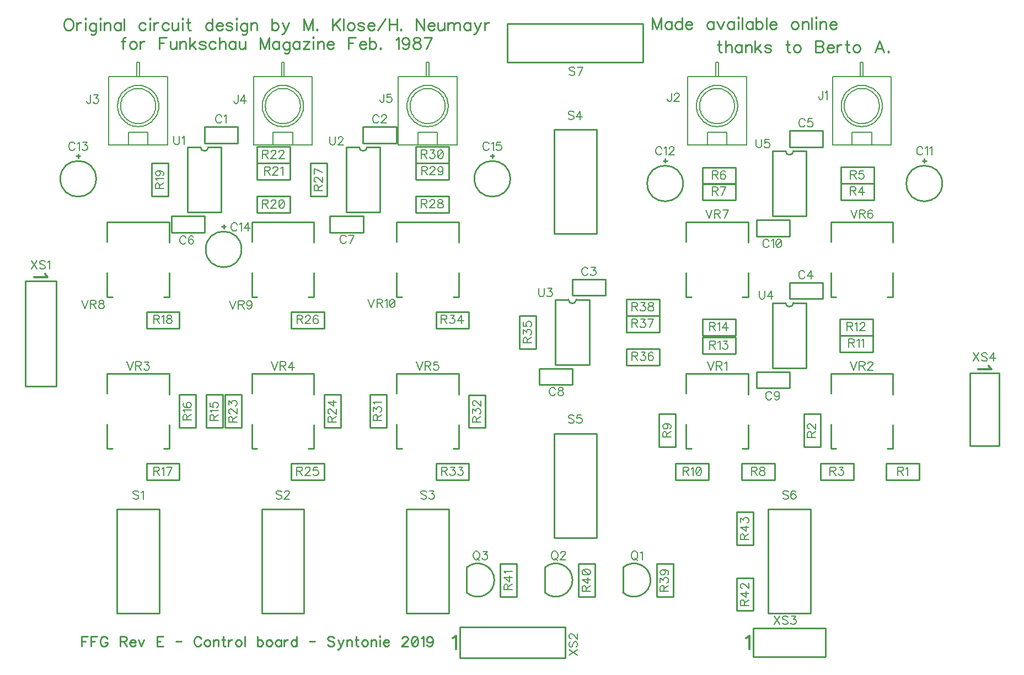
<source format=gbr>
G04 DipTrace 3.3.1.1*
G04 TopSilk.gbr*
%MOMM*%
G04 #@! TF.FileFunction,Legend,Top*
G04 #@! TF.Part,Single*
%ADD10C,0.25*%
%ADD22C,0.127*%
%ADD79C,0.19608*%
%ADD80C,0.23529*%
%ADD81C,0.27451*%
%ADD82C,0.31373*%
%FSLAX35Y35*%
G04*
G71*
G90*
G75*
G01*
G04 TopSilk*
%LPD*%
X3766263Y9178890D2*
D10*
X4276263D1*
X3766263Y8928890D2*
X4276263D1*
X3766263D2*
Y9178890D1*
X4276263Y8928890D2*
Y9178890D1*
X6203620Y9178867D2*
X6713620D1*
X6203620Y8928867D2*
X6713620D1*
X6203620D2*
Y9178867D1*
X6713620Y8928867D2*
Y9178867D1*
X9925730Y6586240D2*
X9415730D1*
X9925730Y6836240D2*
X9415730D1*
X9925730D2*
Y6586240D1*
X9415730Y6836240D2*
Y6586240D1*
X13259523Y6536407D2*
X12749523D1*
X13259523Y6786407D2*
X12749523D1*
X13259523D2*
Y6536407D1*
X12749523Y6786407D2*
Y6536407D1*
X13259457Y8869703D2*
X12749457D1*
X13259457Y9119703D2*
X12749457D1*
X13259457D2*
Y8869703D1*
X12749457Y9119703D2*
Y8869703D1*
X3768183Y7556867D2*
X3258183D1*
X3768183Y7806867D2*
X3258183D1*
X3768183D2*
Y7556867D1*
X3258183Y7806867D2*
Y7556867D1*
X6205570Y7557017D2*
X5695570D1*
X6205570Y7807017D2*
X5695570D1*
X6205570D2*
Y7557017D1*
X5695570Y7807017D2*
Y7557017D1*
X9417867Y5213890D2*
X8907867D1*
X9417867Y5463890D2*
X8907867D1*
X9417867D2*
Y5213890D1*
X8907867Y5463890D2*
Y5213890D1*
X12751147Y5163850D2*
X12241147D1*
X12751147Y5413850D2*
X12241147D1*
X12751147D2*
Y5163850D1*
X12241147Y5413850D2*
Y5163850D1*
X12751203Y7497363D2*
X12241203D1*
X12751203Y7747363D2*
X12241203D1*
X12751203D2*
Y7497363D1*
X12241203Y7747363D2*
Y7497363D1*
X14545777Y8309042D2*
G02X14545777Y8309042I275000J0D01*
G01*
X14790802Y8659041D2*
X14850752D1*
X14820777Y8689040D2*
Y8629042D1*
X10566343Y8308935D2*
G02X10566343Y8308935I275000J0D01*
G01*
X10811368Y8658934D2*
X10871318D1*
X10841343Y8688933D2*
Y8628935D1*
X1555233Y8380572D2*
G02X1555233Y8380572I275000J0D01*
G01*
X1800258Y8730571D2*
X1860208D1*
X1830233Y8760570D2*
Y8700572D1*
X3787543Y7296102D2*
G02X3787543Y7296102I275000J0D01*
G01*
X4032568Y7646101D2*
X4092518D1*
X4062543Y7676100D2*
Y7616102D1*
X7913287Y8380572D2*
G02X7913287Y8380572I275000J0D01*
G01*
X8158312Y8730571D2*
X8218262D1*
X8188287Y8760570D2*
Y8700572D1*
X14311128Y8899844D2*
D22*
X14011168D1*
X13711208D1*
X13411158D1*
X14311128D2*
Y9949728D1*
X13841164D1*
X13411158D1*
Y8899844D1*
X13544984Y9499873D2*
X13545754Y9521927D1*
X13548061Y9543874D1*
X13551894Y9565606D1*
X13557233Y9587018D1*
X13564053Y9608006D1*
X13572321Y9628466D1*
X13581996Y9648300D1*
X13593032Y9667411D1*
X13605374Y9685706D1*
X13618962Y9703095D1*
X13633730Y9719495D1*
X13649606Y9734824D1*
X13666513Y9749009D1*
X13684369Y9761980D1*
X13703086Y9773674D1*
X13722573Y9784034D1*
X13742736Y9793009D1*
X13763476Y9800557D1*
X13784692Y9806640D1*
X13806280Y9811228D1*
X13828136Y9814299D1*
X13850153Y9815838D1*
X13872224D1*
X13894241Y9814299D1*
X13916097Y9811228D1*
X13937685Y9806640D1*
X13958901Y9800557D1*
X13979641Y9793009D1*
X13999803Y9784034D1*
X14019291Y9773674D1*
X14038008Y9761980D1*
X14055863Y9749009D1*
X14072770Y9734824D1*
X14088647Y9719495D1*
X14103415Y9703095D1*
X14117003Y9685706D1*
X14129345Y9667411D1*
X14140380Y9648300D1*
X14150055Y9628466D1*
X14158323Y9608006D1*
X14165144Y9587018D1*
X14170483Y9565606D1*
X14174316Y9543874D1*
X14176623Y9521927D1*
X14177393Y9499873D1*
X14176623Y9477819D1*
X14174316Y9455873D1*
X14170483Y9434141D1*
X14165144Y9412729D1*
X14158323Y9391741D1*
X14150055Y9371281D1*
X14140380Y9351446D1*
X14129345Y9332336D1*
X14117003Y9314041D1*
X14103415Y9296651D1*
X14088647Y9280252D1*
X14072770Y9264923D1*
X14055863Y9250738D1*
X14038008Y9237767D1*
X14019291Y9226073D1*
X13999803Y9215713D1*
X13979641Y9206737D1*
X13958901Y9199190D1*
X13937685Y9193107D1*
X13916097Y9188519D1*
X13894241Y9185448D1*
X13872224Y9183909D1*
X13850153D1*
X13828136Y9185448D1*
X13806280Y9188519D1*
X13784692Y9193107D1*
X13763476Y9199190D1*
X13742736Y9206737D1*
X13722573Y9215713D1*
X13703086Y9226073D1*
X13684369Y9237767D1*
X13666513Y9250738D1*
X13649606Y9264923D1*
X13633730Y9280252D1*
X13618962Y9296651D1*
X13605374Y9314041D1*
X13593032Y9332336D1*
X13581996Y9351446D1*
X13572321Y9371281D1*
X13564053Y9391741D1*
X13557233Y9412729D1*
X13551894Y9434141D1*
X13548061Y9455873D1*
X13545754Y9477819D1*
X13544984Y9499873D1*
X14011168Y8899844D2*
Y9099854D1*
X13711208D1*
Y8899844D1*
X13592052Y9499806D2*
X13592708Y9518576D1*
X13594671Y9537254D1*
X13597933Y9555749D1*
X13602476Y9573972D1*
X13608280Y9591833D1*
X13615316Y9609247D1*
X13623550Y9626127D1*
X13632941Y9642391D1*
X13643444Y9657961D1*
X13655008Y9672760D1*
X13667575Y9686717D1*
X13681086Y9699763D1*
X13695474Y9711835D1*
X13710670Y9722874D1*
X13726598Y9732827D1*
X13743182Y9741644D1*
X13760340Y9749283D1*
X13777990Y9755706D1*
X13796044Y9760883D1*
X13814416Y9764787D1*
X13833016Y9767401D1*
X13851752Y9768711D1*
X13870534D1*
X13889271Y9767401D1*
X13907871Y9764787D1*
X13926242Y9760883D1*
X13944297Y9755706D1*
X13961947Y9749283D1*
X13979105Y9741644D1*
X13995689Y9732827D1*
X14011617Y9722874D1*
X14026812Y9711835D1*
X14041200Y9699763D1*
X14054711Y9686717D1*
X14067279Y9672760D1*
X14078843Y9657961D1*
X14089345Y9642391D1*
X14098737Y9626127D1*
X14106970Y9609247D1*
X14114006Y9591833D1*
X14119810Y9573972D1*
X14124354Y9555749D1*
X14127616Y9537254D1*
X14129579Y9518576D1*
X14130234Y9499806D1*
X14129579Y9481037D1*
X14127616Y9462359D1*
X14124354Y9443864D1*
X14119810Y9425641D1*
X14114006Y9407780D1*
X14106970Y9390366D1*
X14098737Y9373486D1*
X14089345Y9357222D1*
X14078843Y9341652D1*
X14067279Y9326852D1*
X14054711Y9312896D1*
X14041200Y9299849D1*
X14026812Y9287777D1*
X14011617Y9276738D1*
X13995689Y9266786D1*
X13979105Y9257969D1*
X13961947Y9250330D1*
X13944297Y9243907D1*
X13926242Y9238730D1*
X13907871Y9234825D1*
X13889271Y9232212D1*
X13870534Y9230902D1*
X13851752D1*
X13833016Y9232212D1*
X13814416Y9234825D1*
X13796044Y9238730D1*
X13777990Y9243907D1*
X13760340Y9250330D1*
X13743182Y9257969D1*
X13726598Y9266786D1*
X13710670Y9276738D1*
X13695474Y9287777D1*
X13681086Y9299849D1*
X13667575Y9312896D1*
X13655008Y9326852D1*
X13643444Y9341652D1*
X13632941Y9357222D1*
X13623550Y9373486D1*
X13615316Y9390366D1*
X13608280Y9407780D1*
X13602476Y9425641D1*
X13597933Y9443864D1*
X13594671Y9462359D1*
X13592708Y9481037D1*
X13592052Y9499806D1*
X13881123Y9959909D2*
Y10169966D1*
X13841164D1*
Y9949728D1*
X12088942Y8899844D2*
X11788982D1*
X11489022D1*
X11188972D1*
X12088942D2*
Y9949728D1*
X11618977D1*
X11188972D1*
Y8899844D1*
X11322797Y9499873D2*
X11323567Y9521927D1*
X11325874Y9543874D1*
X11329707Y9565606D1*
X11335046Y9587018D1*
X11341867Y9608006D1*
X11350135Y9628466D1*
X11359810Y9648300D1*
X11370845Y9667411D1*
X11383187Y9685706D1*
X11396775Y9703095D1*
X11411543Y9719495D1*
X11427420Y9734824D1*
X11444327Y9749009D1*
X11462182Y9761980D1*
X11480899Y9773674D1*
X11500387Y9784034D1*
X11520549Y9793009D1*
X11541289Y9800557D1*
X11562505Y9806640D1*
X11584093Y9811228D1*
X11605949Y9814299D1*
X11627966Y9815838D1*
X11650037D1*
X11672054Y9814299D1*
X11693910Y9811228D1*
X11715498Y9806640D1*
X11736714Y9800557D1*
X11757454Y9793009D1*
X11777617Y9784034D1*
X11797104Y9773674D1*
X11815821Y9761980D1*
X11833677Y9749009D1*
X11850584Y9734824D1*
X11866460Y9719495D1*
X11881228Y9703095D1*
X11894816Y9685706D1*
X11907158Y9667411D1*
X11918194Y9648300D1*
X11927869Y9628466D1*
X11936137Y9608006D1*
X11942957Y9587018D1*
X11948296Y9565606D1*
X11952129Y9543874D1*
X11954436Y9521927D1*
X11955206Y9499873D1*
X11954436Y9477819D1*
X11952129Y9455873D1*
X11948296Y9434141D1*
X11942957Y9412729D1*
X11936137Y9391741D1*
X11927869Y9371281D1*
X11918194Y9351446D1*
X11907158Y9332336D1*
X11894816Y9314041D1*
X11881228Y9296651D1*
X11866460Y9280252D1*
X11850584Y9264923D1*
X11833677Y9250738D1*
X11815821Y9237767D1*
X11797104Y9226073D1*
X11777617Y9215713D1*
X11757454Y9206737D1*
X11736714Y9199190D1*
X11715498Y9193107D1*
X11693910Y9188519D1*
X11672054Y9185448D1*
X11650037Y9183909D1*
X11627966D1*
X11605949Y9185448D1*
X11584093Y9188519D1*
X11562505Y9193107D1*
X11541289Y9199190D1*
X11520549Y9206737D1*
X11500387Y9215713D1*
X11480899Y9226073D1*
X11462182Y9237767D1*
X11444327Y9250738D1*
X11427420Y9264923D1*
X11411543Y9280252D1*
X11396775Y9296651D1*
X11383187Y9314041D1*
X11370845Y9332336D1*
X11359810Y9351446D1*
X11350135Y9371281D1*
X11341867Y9391741D1*
X11335046Y9412729D1*
X11329707Y9434141D1*
X11325874Y9455873D1*
X11323567Y9477819D1*
X11322797Y9499873D1*
X11788982Y8899844D2*
Y9099854D1*
X11489022D1*
Y8899844D1*
X11369866Y9499806D2*
X11370521Y9518576D1*
X11372484Y9537254D1*
X11375746Y9555749D1*
X11380290Y9573972D1*
X11386094Y9591833D1*
X11393130Y9609247D1*
X11401363Y9626127D1*
X11410755Y9642391D1*
X11421257Y9657961D1*
X11432821Y9672760D1*
X11445389Y9686717D1*
X11458900Y9699763D1*
X11473288Y9711835D1*
X11488483Y9722874D1*
X11504411Y9732827D1*
X11520995Y9741644D1*
X11538153Y9749283D1*
X11555803Y9755706D1*
X11573858Y9760883D1*
X11592229Y9764787D1*
X11610829Y9767401D1*
X11629566Y9768711D1*
X11648348D1*
X11667084Y9767401D1*
X11685684Y9764787D1*
X11704056Y9760883D1*
X11722110Y9755706D1*
X11739760Y9749283D1*
X11756918Y9741644D1*
X11773502Y9732827D1*
X11789430Y9722874D1*
X11804626Y9711835D1*
X11819014Y9699763D1*
X11832525Y9686717D1*
X11845092Y9672760D1*
X11856656Y9657961D1*
X11867159Y9642391D1*
X11876550Y9626127D1*
X11884784Y9609247D1*
X11891820Y9591833D1*
X11897624Y9573972D1*
X11902167Y9555749D1*
X11905429Y9537254D1*
X11907392Y9518576D1*
X11908048Y9499806D1*
X11907392Y9481037D1*
X11905429Y9462359D1*
X11902167Y9443864D1*
X11897624Y9425641D1*
X11891820Y9407780D1*
X11884784Y9390366D1*
X11876550Y9373486D1*
X11867159Y9357222D1*
X11856656Y9341652D1*
X11845092Y9326852D1*
X11832525Y9312896D1*
X11819014Y9299849D1*
X11804626Y9287777D1*
X11789430Y9276738D1*
X11773502Y9266786D1*
X11756918Y9257969D1*
X11739760Y9250330D1*
X11722110Y9243907D1*
X11704056Y9238730D1*
X11685684Y9234825D1*
X11667084Y9232212D1*
X11648348Y9230902D1*
X11629566D1*
X11610829Y9232212D1*
X11592229Y9234825D1*
X11573858Y9238730D1*
X11555803Y9243907D1*
X11538153Y9250330D1*
X11520995Y9257969D1*
X11504411Y9266786D1*
X11488483Y9276738D1*
X11473288Y9287777D1*
X11458900Y9299849D1*
X11445389Y9312896D1*
X11432821Y9326852D1*
X11421257Y9341652D1*
X11410755Y9357222D1*
X11401363Y9373486D1*
X11393130Y9390366D1*
X11386094Y9407780D1*
X11380290Y9425641D1*
X11375746Y9443864D1*
X11372484Y9462359D1*
X11370521Y9481037D1*
X11369866Y9499806D1*
X11658936Y9959909D2*
Y10169966D1*
X11618977D1*
Y9949728D1*
X3200232Y8899844D2*
X2900272D1*
X2600312D1*
X2300262D1*
X3200232D2*
Y9949728D1*
X2730267D1*
X2300262D1*
Y8899844D1*
X2434087Y9499873D2*
X2434857Y9521927D1*
X2437164Y9543874D1*
X2440997Y9565606D1*
X2446336Y9587018D1*
X2453157Y9608006D1*
X2461425Y9628466D1*
X2471100Y9648300D1*
X2482135Y9667411D1*
X2494477Y9685706D1*
X2508065Y9703095D1*
X2522833Y9719495D1*
X2538710Y9734824D1*
X2555617Y9749009D1*
X2573472Y9761980D1*
X2592189Y9773674D1*
X2611677Y9784034D1*
X2631839Y9793009D1*
X2652579Y9800557D1*
X2673795Y9806640D1*
X2695383Y9811228D1*
X2717239Y9814299D1*
X2739256Y9815838D1*
X2761327D1*
X2783344Y9814299D1*
X2805200Y9811228D1*
X2826788Y9806640D1*
X2848004Y9800557D1*
X2868744Y9793009D1*
X2888907Y9784034D1*
X2908394Y9773674D1*
X2927111Y9761980D1*
X2944967Y9749009D1*
X2961874Y9734824D1*
X2977750Y9719495D1*
X2992518Y9703095D1*
X3006106Y9685706D1*
X3018448Y9667411D1*
X3029484Y9648300D1*
X3039159Y9628466D1*
X3047427Y9608006D1*
X3054247Y9587018D1*
X3059586Y9565606D1*
X3063419Y9543874D1*
X3065726Y9521927D1*
X3066496Y9499873D1*
X3065726Y9477819D1*
X3063419Y9455873D1*
X3059586Y9434141D1*
X3054247Y9412729D1*
X3047427Y9391741D1*
X3039159Y9371281D1*
X3029484Y9351446D1*
X3018448Y9332336D1*
X3006106Y9314041D1*
X2992518Y9296651D1*
X2977750Y9280252D1*
X2961874Y9264923D1*
X2944967Y9250738D1*
X2927111Y9237767D1*
X2908394Y9226073D1*
X2888907Y9215713D1*
X2868744Y9206737D1*
X2848004Y9199190D1*
X2826788Y9193107D1*
X2805200Y9188519D1*
X2783344Y9185448D1*
X2761327Y9183909D1*
X2739256D1*
X2717239Y9185448D1*
X2695383Y9188519D1*
X2673795Y9193107D1*
X2652579Y9199190D1*
X2631839Y9206737D1*
X2611677Y9215713D1*
X2592189Y9226073D1*
X2573472Y9237767D1*
X2555617Y9250738D1*
X2538710Y9264923D1*
X2522833Y9280252D1*
X2508065Y9296651D1*
X2494477Y9314041D1*
X2482135Y9332336D1*
X2471100Y9351446D1*
X2461425Y9371281D1*
X2453157Y9391741D1*
X2446336Y9412729D1*
X2440997Y9434141D1*
X2437164Y9455873D1*
X2434857Y9477819D1*
X2434087Y9499873D1*
X2900272Y8899844D2*
Y9099854D1*
X2600312D1*
Y8899844D1*
X2481156Y9499806D2*
X2481811Y9518576D1*
X2483774Y9537254D1*
X2487036Y9555749D1*
X2491580Y9573972D1*
X2497384Y9591833D1*
X2504420Y9609247D1*
X2512653Y9626127D1*
X2522045Y9642391D1*
X2532547Y9657961D1*
X2544111Y9672760D1*
X2556679Y9686717D1*
X2570190Y9699763D1*
X2584578Y9711835D1*
X2599773Y9722874D1*
X2615701Y9732827D1*
X2632285Y9741644D1*
X2649443Y9749283D1*
X2667093Y9755706D1*
X2685148Y9760883D1*
X2703519Y9764787D1*
X2722119Y9767401D1*
X2740856Y9768711D1*
X2759638D1*
X2778374Y9767401D1*
X2796974Y9764787D1*
X2815346Y9760883D1*
X2833400Y9755706D1*
X2851050Y9749283D1*
X2868208Y9741644D1*
X2884792Y9732827D1*
X2900720Y9722874D1*
X2915916Y9711835D1*
X2930304Y9699763D1*
X2943815Y9686717D1*
X2956382Y9672760D1*
X2967946Y9657961D1*
X2978449Y9642391D1*
X2987840Y9626127D1*
X2996074Y9609247D1*
X3003110Y9591833D1*
X3008914Y9573972D1*
X3013457Y9555749D1*
X3016719Y9537254D1*
X3018682Y9518576D1*
X3019338Y9499806D1*
X3018682Y9481037D1*
X3016719Y9462359D1*
X3013457Y9443864D1*
X3008914Y9425641D1*
X3003110Y9407780D1*
X2996074Y9390366D1*
X2987840Y9373486D1*
X2978449Y9357222D1*
X2967946Y9341652D1*
X2956382Y9326852D1*
X2943815Y9312896D1*
X2930304Y9299849D1*
X2915916Y9287777D1*
X2900720Y9276738D1*
X2884792Y9266786D1*
X2868208Y9257969D1*
X2851050Y9250330D1*
X2833400Y9243907D1*
X2815346Y9238730D1*
X2796974Y9234825D1*
X2778374Y9232212D1*
X2759638Y9230902D1*
X2740856D1*
X2722119Y9232212D1*
X2703519Y9234825D1*
X2685148Y9238730D1*
X2667093Y9243907D1*
X2649443Y9250330D1*
X2632285Y9257969D1*
X2615701Y9266786D1*
X2599773Y9276738D1*
X2584578Y9287777D1*
X2570190Y9299849D1*
X2556679Y9312896D1*
X2544111Y9326852D1*
X2532547Y9341652D1*
X2522045Y9357222D1*
X2512653Y9373486D1*
X2504420Y9390366D1*
X2497384Y9407780D1*
X2491580Y9425641D1*
X2487036Y9443864D1*
X2483774Y9462359D1*
X2481811Y9481037D1*
X2481156Y9499806D1*
X2770226Y9959909D2*
Y10169966D1*
X2730267D1*
Y9949728D1*
X5422365Y8899844D2*
X5122405D1*
X4822445D1*
X4522395D1*
X5422365D2*
Y9949728D1*
X4952401D1*
X4522395D1*
Y8899844D1*
X4656221Y9499873D2*
X4656991Y9521927D1*
X4659298Y9543874D1*
X4663130Y9565606D1*
X4668470Y9587018D1*
X4675290Y9608006D1*
X4683558Y9628466D1*
X4693233Y9648300D1*
X4704268Y9667411D1*
X4716610Y9685706D1*
X4730198Y9703095D1*
X4744967Y9719495D1*
X4760843Y9734824D1*
X4777750Y9749009D1*
X4795606Y9761980D1*
X4814323Y9773674D1*
X4833810Y9784034D1*
X4853973Y9793009D1*
X4874712Y9800557D1*
X4895928Y9806640D1*
X4917517Y9811228D1*
X4939373Y9814299D1*
X4961390Y9815838D1*
X4983460D1*
X5005477Y9814299D1*
X5027333Y9811228D1*
X5048922Y9806640D1*
X5070138Y9800557D1*
X5090877Y9793009D1*
X5111040Y9784034D1*
X5130527Y9773674D1*
X5149244Y9761980D1*
X5167100Y9749009D1*
X5184007Y9734824D1*
X5199883Y9719495D1*
X5214652Y9703095D1*
X5228240Y9685706D1*
X5240582Y9667411D1*
X5251617Y9648300D1*
X5261292Y9628466D1*
X5269560Y9608006D1*
X5276380Y9587018D1*
X5281720Y9565606D1*
X5285552Y9543874D1*
X5287859Y9521927D1*
X5288629Y9499873D1*
X5287859Y9477819D1*
X5285552Y9455873D1*
X5281720Y9434141D1*
X5276380Y9412729D1*
X5269560Y9391741D1*
X5261292Y9371281D1*
X5251617Y9351446D1*
X5240582Y9332336D1*
X5228240Y9314041D1*
X5214652Y9296651D1*
X5199883Y9280252D1*
X5184007Y9264923D1*
X5167100Y9250738D1*
X5149244Y9237767D1*
X5130527Y9226073D1*
X5111040Y9215713D1*
X5090877Y9206737D1*
X5070138Y9199190D1*
X5048922Y9193107D1*
X5027333Y9188519D1*
X5005477Y9185448D1*
X4983460Y9183909D1*
X4961390D1*
X4939373Y9185448D1*
X4917517Y9188519D1*
X4895928Y9193107D1*
X4874712Y9199190D1*
X4853973Y9206737D1*
X4833810Y9215713D1*
X4814323Y9226073D1*
X4795606Y9237767D1*
X4777750Y9250738D1*
X4760843Y9264923D1*
X4744967Y9280252D1*
X4730198Y9296651D1*
X4716610Y9314041D1*
X4704268Y9332336D1*
X4693233Y9351446D1*
X4683558Y9371281D1*
X4675290Y9391741D1*
X4668470Y9412729D1*
X4663130Y9434141D1*
X4659298Y9455873D1*
X4656991Y9477819D1*
X4656221Y9499873D1*
X5122405Y8899844D2*
Y9099854D1*
X4822445D1*
Y8899844D1*
X4703289Y9499806D2*
X4703944Y9518576D1*
X4705908Y9537254D1*
X4709169Y9555749D1*
X4713713Y9573972D1*
X4719517Y9591833D1*
X4726553Y9609247D1*
X4734787Y9626127D1*
X4744178Y9642391D1*
X4754681Y9657961D1*
X4766244Y9672760D1*
X4778812Y9686717D1*
X4792323Y9699763D1*
X4806711Y9711835D1*
X4821906Y9722874D1*
X4837834Y9732827D1*
X4854418Y9741644D1*
X4871577Y9749283D1*
X4889226Y9755706D1*
X4907281Y9760883D1*
X4925653Y9764787D1*
X4944252Y9767401D1*
X4962989Y9768711D1*
X4981771D1*
X5000508Y9767401D1*
X5019107Y9764787D1*
X5037479Y9760883D1*
X5055534Y9755706D1*
X5073183Y9749283D1*
X5090342Y9741644D1*
X5106926Y9732827D1*
X5122854Y9722874D1*
X5138049Y9711835D1*
X5152437Y9699763D1*
X5165948Y9686717D1*
X5178516Y9672760D1*
X5190079Y9657961D1*
X5200582Y9642391D1*
X5209973Y9626127D1*
X5218207Y9609247D1*
X5225243Y9591833D1*
X5231047Y9573972D1*
X5235591Y9555749D1*
X5238852Y9537254D1*
X5240816Y9518576D1*
X5241471Y9499806D1*
X5240816Y9481037D1*
X5238852Y9462359D1*
X5235591Y9443864D1*
X5231047Y9425641D1*
X5225243Y9407780D1*
X5218207Y9390366D1*
X5209973Y9373486D1*
X5200582Y9357222D1*
X5190079Y9341652D1*
X5178516Y9326852D1*
X5165948Y9312896D1*
X5152437Y9299849D1*
X5138049Y9287777D1*
X5122854Y9276738D1*
X5106926Y9266786D1*
X5090342Y9257969D1*
X5073183Y9250330D1*
X5055534Y9243907D1*
X5037479Y9238730D1*
X5019107Y9234825D1*
X5000508Y9232212D1*
X4981771Y9230902D1*
X4962989D1*
X4944252Y9232212D1*
X4925653Y9234825D1*
X4907281Y9238730D1*
X4889226Y9243907D1*
X4871577Y9250330D1*
X4854418Y9257969D1*
X4837834Y9266786D1*
X4821906Y9276738D1*
X4806711Y9287777D1*
X4792323Y9299849D1*
X4778812Y9312896D1*
X4766244Y9326852D1*
X4754681Y9341652D1*
X4744178Y9357222D1*
X4734787Y9373486D1*
X4726553Y9390366D1*
X4719517Y9407780D1*
X4713713Y9425641D1*
X4709169Y9443864D1*
X4705908Y9462359D1*
X4703944Y9481037D1*
X4703289Y9499806D1*
X4992359Y9959909D2*
Y10169966D1*
X4952401D1*
Y9949728D1*
X7644642Y8899844D2*
X7344682D1*
X7044722D1*
X6744672D1*
X7644642D2*
Y9949728D1*
X7174677D1*
X6744672D1*
Y8899844D1*
X6878497Y9499873D2*
X6879267Y9521927D1*
X6881574Y9543874D1*
X6885407Y9565606D1*
X6890746Y9587018D1*
X6897567Y9608006D1*
X6905835Y9628466D1*
X6915510Y9648300D1*
X6926545Y9667411D1*
X6938887Y9685706D1*
X6952475Y9703095D1*
X6967243Y9719495D1*
X6983120Y9734824D1*
X7000027Y9749009D1*
X7017882Y9761980D1*
X7036599Y9773674D1*
X7056087Y9784034D1*
X7076249Y9793009D1*
X7096989Y9800557D1*
X7118205Y9806640D1*
X7139793Y9811228D1*
X7161649Y9814299D1*
X7183666Y9815838D1*
X7205737D1*
X7227754Y9814299D1*
X7249610Y9811228D1*
X7271198Y9806640D1*
X7292414Y9800557D1*
X7313154Y9793009D1*
X7333317Y9784034D1*
X7352804Y9773674D1*
X7371521Y9761980D1*
X7389377Y9749009D1*
X7406284Y9734824D1*
X7422160Y9719495D1*
X7436928Y9703095D1*
X7450516Y9685706D1*
X7462858Y9667411D1*
X7473894Y9648300D1*
X7483569Y9628466D1*
X7491837Y9608006D1*
X7498657Y9587018D1*
X7503996Y9565606D1*
X7507829Y9543874D1*
X7510136Y9521927D1*
X7510906Y9499873D1*
X7510136Y9477819D1*
X7507829Y9455873D1*
X7503996Y9434141D1*
X7498657Y9412729D1*
X7491837Y9391741D1*
X7483569Y9371281D1*
X7473894Y9351446D1*
X7462858Y9332336D1*
X7450516Y9314041D1*
X7436928Y9296651D1*
X7422160Y9280252D1*
X7406284Y9264923D1*
X7389377Y9250738D1*
X7371521Y9237767D1*
X7352804Y9226073D1*
X7333317Y9215713D1*
X7313154Y9206737D1*
X7292414Y9199190D1*
X7271198Y9193107D1*
X7249610Y9188519D1*
X7227754Y9185448D1*
X7205737Y9183909D1*
X7183666D1*
X7161649Y9185448D1*
X7139793Y9188519D1*
X7118205Y9193107D1*
X7096989Y9199190D1*
X7076249Y9206737D1*
X7056087Y9215713D1*
X7036599Y9226073D1*
X7017882Y9237767D1*
X7000027Y9250738D1*
X6983120Y9264923D1*
X6967243Y9280252D1*
X6952475Y9296651D1*
X6938887Y9314041D1*
X6926545Y9332336D1*
X6915510Y9351446D1*
X6905835Y9371281D1*
X6897567Y9391741D1*
X6890746Y9412729D1*
X6885407Y9434141D1*
X6881574Y9455873D1*
X6879267Y9477819D1*
X6878497Y9499873D1*
X7344682Y8899844D2*
Y9099854D1*
X7044722D1*
Y8899844D1*
X6925566Y9499806D2*
X6926221Y9518576D1*
X6928184Y9537254D1*
X6931446Y9555749D1*
X6935990Y9573972D1*
X6941794Y9591833D1*
X6948830Y9609247D1*
X6957063Y9626127D1*
X6966455Y9642391D1*
X6976957Y9657961D1*
X6988521Y9672760D1*
X7001089Y9686717D1*
X7014600Y9699763D1*
X7028988Y9711835D1*
X7044183Y9722874D1*
X7060111Y9732827D1*
X7076695Y9741644D1*
X7093853Y9749283D1*
X7111503Y9755706D1*
X7129558Y9760883D1*
X7147929Y9764787D1*
X7166529Y9767401D1*
X7185266Y9768711D1*
X7204048D1*
X7222784Y9767401D1*
X7241384Y9764787D1*
X7259756Y9760883D1*
X7277810Y9755706D1*
X7295460Y9749283D1*
X7312618Y9741644D1*
X7329202Y9732827D1*
X7345130Y9722874D1*
X7360326Y9711835D1*
X7374714Y9699763D1*
X7388225Y9686717D1*
X7400792Y9672760D1*
X7412356Y9657961D1*
X7422859Y9642391D1*
X7432250Y9626127D1*
X7440484Y9609247D1*
X7447520Y9591833D1*
X7453324Y9573972D1*
X7457867Y9555749D1*
X7461129Y9537254D1*
X7463092Y9518576D1*
X7463748Y9499806D1*
X7463092Y9481037D1*
X7461129Y9462359D1*
X7457867Y9443864D1*
X7453324Y9425641D1*
X7447520Y9407780D1*
X7440484Y9390366D1*
X7432250Y9373486D1*
X7422859Y9357222D1*
X7412356Y9341652D1*
X7400792Y9326852D1*
X7388225Y9312896D1*
X7374714Y9299849D1*
X7360326Y9287777D1*
X7345130Y9276738D1*
X7329202Y9266786D1*
X7312618Y9257969D1*
X7295460Y9250330D1*
X7277810Y9243907D1*
X7259756Y9238730D1*
X7241384Y9234825D1*
X7222784Y9232212D1*
X7204048Y9230902D1*
X7185266D1*
X7166529Y9232212D1*
X7147929Y9234825D1*
X7129558Y9238730D1*
X7111503Y9243907D1*
X7093853Y9250330D1*
X7076695Y9257969D1*
X7060111Y9266786D1*
X7044183Y9276738D1*
X7028988Y9287777D1*
X7014600Y9299849D1*
X7001089Y9312896D1*
X6988521Y9326852D1*
X6976957Y9341652D1*
X6966455Y9357222D1*
X6957063Y9373486D1*
X6948830Y9390366D1*
X6941794Y9407780D1*
X6935990Y9425641D1*
X6931446Y9443864D1*
X6928184Y9462359D1*
X6926221Y9481037D1*
X6925566Y9499806D1*
X7214636Y9959909D2*
Y10169966D1*
X7174677D1*
Y9949728D1*
X10194025Y2022947D2*
D10*
G03X10194025Y2407099I169086J192076D01*
G01*
Y2022947D1*
X8994112D2*
G03X8994112Y2407099I169086J192076D01*
G01*
Y2022947D1*
X7794135D2*
G03X7794135Y2407099I169086J192076D01*
G01*
Y2022947D1*
X14745520Y3751873D2*
X14238353D1*
Y4005873D2*
Y3751873D1*
X14745520Y4005873D2*
X14238353D1*
X14745520D2*
Y3751873D1*
X12972060Y4260450D2*
Y4767617D1*
X13226060D2*
X12972060D1*
X13226060Y4260450D2*
Y4767617D1*
Y4260450D2*
X12972060D1*
X13733490Y3751873D2*
X13226323D1*
Y4005873D2*
Y3751873D1*
X13733490Y4005873D2*
X13226323D1*
X13733490D2*
Y3751873D1*
X14046787Y8056800D2*
X13539620D1*
Y8310800D2*
Y8056800D1*
X14046787Y8310800D2*
X13539620D1*
X14046787D2*
Y8056800D1*
X14047007Y8308157D2*
X13539840D1*
Y8562157D2*
Y8308157D1*
X14047007Y8562157D2*
X13539840D1*
X14047007D2*
Y8308157D1*
X11416867Y8557067D2*
X11924033D1*
Y8303067D2*
Y8557067D1*
X11416867Y8303067D2*
X11924033D1*
X11416867D2*
Y8557067D1*
X11924037Y8055220D2*
X11416870D1*
Y8309220D2*
Y8055220D1*
X11924037Y8309220D2*
X11416870D1*
X11924037D2*
Y8055220D1*
X12523683Y3751667D2*
X12016517D1*
Y4005667D2*
Y3751667D1*
X12523683Y4005667D2*
X12016517D1*
X12523683D2*
Y3751667D1*
X10750537Y4260423D2*
Y4767590D1*
X11004537D2*
X10750537D1*
X11004537Y4260423D2*
Y4767590D1*
Y4260423D2*
X10750537D1*
X11512040Y3751667D2*
X11004873D1*
Y4005667D2*
Y3751667D1*
X11512040Y4005667D2*
X11004873D1*
X11512040D2*
Y3751667D1*
X14028410Y5720767D2*
X13521243D1*
Y5974767D2*
Y5720767D1*
X14028410Y5974767D2*
X13521243D1*
X14028410D2*
Y5720767D1*
X14028497Y5975243D2*
X13521330D1*
Y6229243D2*
Y5975243D1*
X14028497Y6229243D2*
X13521330D1*
X14028497D2*
Y5975243D1*
X11413840Y5944920D2*
X11921007D1*
Y5690920D2*
Y5944920D1*
X11413840Y5690920D2*
X11921007D1*
X11413840D2*
Y5944920D1*
X11920927Y5975737D2*
X11413760D1*
Y6229737D2*
Y5975737D1*
X11920927Y6229737D2*
X11413760D1*
X11920927D2*
Y5975737D1*
X4050650Y5062357D2*
Y4555190D1*
X3796650D2*
X4050650D1*
X3796650Y5062357D2*
Y4555190D1*
Y5062357D2*
X4050650D1*
X3384707Y4555043D2*
Y5062210D1*
X3638707D2*
X3384707D1*
X3638707Y4555043D2*
Y5062210D1*
Y4555043D2*
X3384707D1*
X3384437Y3751777D2*
X2877270D1*
Y4005777D2*
Y3751777D1*
X3384437Y4005777D2*
X2877270D1*
X3384437D2*
Y3751777D1*
X3384677Y6085550D2*
X2877510D1*
Y6339550D2*
Y6085550D1*
X3384677Y6339550D2*
X2877510D1*
X3384677D2*
Y6085550D1*
X3213413Y8621553D2*
Y8114387D1*
X2959413D2*
X3213413D1*
X2959413Y8621553D2*
Y8114387D1*
Y8621553D2*
X3213413D1*
X4575840Y8113910D2*
X5083007D1*
Y7859910D2*
Y8113910D1*
X4575840Y7859910D2*
X5083007D1*
X4575840D2*
Y8113910D1*
Y8621667D2*
X5083007D1*
Y8367667D2*
Y8621667D1*
X4575840Y8367667D2*
X5083007D1*
X4575840D2*
Y8621667D1*
X5083007Y8622050D2*
X4575840D1*
Y8876050D2*
Y8622050D1*
X5083007Y8876050D2*
X4575840D1*
X5083007D2*
Y8622050D1*
X4337230Y5061810D2*
Y4554643D1*
X4083230D2*
X4337230D1*
X4083230Y5061810D2*
Y4554643D1*
Y5061810D2*
X4337230D1*
X5607487Y4555063D2*
Y5062230D1*
X5861487D2*
X5607487D1*
X5861487Y4555063D2*
Y5062230D1*
Y4555063D2*
X5607487D1*
X5606980Y3752160D2*
X5099813D1*
Y4006160D2*
Y3752160D1*
X5606980Y4006160D2*
X5099813D1*
X5606980D2*
Y3752160D1*
X5607153Y6085140D2*
X5099987D1*
Y6339140D2*
Y6085140D1*
X5607153Y6339140D2*
X5099987D1*
X5607153D2*
Y6085140D1*
X5650690Y8621647D2*
Y8114480D1*
X5396690D2*
X5650690D1*
X5396690Y8621647D2*
Y8114480D1*
Y8621647D2*
X5650690D1*
X7013197Y8114857D2*
X7520363D1*
Y7860857D2*
Y8114857D1*
X7013197Y7860857D2*
X7520363D1*
X7013197D2*
Y8114857D1*
Y8622820D2*
X7520363D1*
Y8368820D2*
Y8622820D1*
X7013197Y8368820D2*
X7520363D1*
X7013197D2*
Y8622820D1*
X7520363Y8622350D2*
X7013197D1*
Y8876350D2*
Y8622350D1*
X7520363Y8876350D2*
X7013197D1*
X7520363D2*
Y8622350D1*
X6560097Y5062390D2*
Y4555223D1*
X6306097D2*
X6560097D1*
X6306097Y5062390D2*
Y4555223D1*
Y5062390D2*
X6560097D1*
X7829423Y4554187D2*
Y5061353D1*
X8083423D2*
X7829423D1*
X8083423Y4554187D2*
Y5061353D1*
Y4554187D2*
X7829423D1*
X7829627Y3752007D2*
X7322460D1*
Y4006007D2*
Y3752007D1*
X7829627Y4006007D2*
X7322460D1*
X7829627D2*
Y3752007D1*
X7829363Y6085370D2*
X7322197D1*
Y6339370D2*
Y6085370D1*
X7829363Y6339370D2*
X7322197D1*
X7829363D2*
Y6085370D1*
X8862713Y6278680D2*
Y5771513D1*
X8608713D2*
X8862713D1*
X8608713Y6278680D2*
Y5771513D1*
Y6278680D2*
X8862713D1*
X10245500Y5770947D2*
X10752667D1*
Y5516947D2*
Y5770947D1*
X10245500Y5516947D2*
X10752667D1*
X10245500D2*
Y5770947D1*
Y6279143D2*
X10752667D1*
Y6025143D2*
Y6279143D1*
X10245500Y6025143D2*
X10752667D1*
X10245500D2*
Y6279143D1*
X10752667Y6279200D2*
X10245500D1*
Y6533200D2*
Y6279200D1*
X10752667Y6533200D2*
X10245500D1*
X10752667D2*
Y6279200D1*
X10710197Y1955837D2*
Y2463003D1*
X10964197D2*
X10710197D1*
X10964197Y1955837D2*
Y2463003D1*
Y1955837D2*
X10710197D1*
X9510250D2*
Y2463003D1*
X9764250D2*
X9510250D1*
X9764250Y1955837D2*
Y2463003D1*
Y1955837D2*
X9510250D1*
X8310400D2*
Y2463003D1*
X8564400D2*
X8310400D1*
X8564400Y1955837D2*
Y2463003D1*
Y1955837D2*
X8310400D1*
X12195760Y2250063D2*
Y1742897D1*
X11941760D2*
X12195760D1*
X11941760Y2250063D2*
Y1742897D1*
Y2250063D2*
X12195760D1*
X11941760Y2753850D2*
Y3261017D1*
X12195760D2*
X11941760D1*
X12195760Y2753850D2*
Y3261017D1*
Y2753850D2*
X11941760D1*
X3075200Y1700640D2*
X2425220D1*
Y3300660D1*
X3075200D1*
Y1700640D1*
X5297097D2*
X4647117D1*
Y3300660D1*
X5297097D1*
Y1700640D1*
X7519200D2*
X6869220D1*
Y3300660D1*
X7519200D1*
Y1700640D1*
X9787017Y7534003D2*
X9137037D1*
Y9134023D1*
X9787017D1*
Y7534003D1*
Y2866893D2*
X9137037D1*
Y4466913D1*
X9787017D1*
Y2866893D1*
X13074273Y1700640D2*
X12424293D1*
Y3300660D1*
X13074273D1*
Y1700640D1*
X10502236Y10767762D2*
X8422117D1*
Y10167786D1*
X10502236D1*
Y10767762D1*
X4027615Y8868013D2*
Y7868013D1*
X3507605D2*
X4027615D1*
X3507605Y8868013D2*
Y7868013D1*
Y8868013D2*
X3707559D1*
X4027615D2*
X3827661D1*
X3707559D2*
G03X3827661Y8868013I60051J51D01*
G01*
X6464368Y8868233D2*
Y7868233D1*
X5944359D2*
X6464368D1*
X5944359Y8868233D2*
Y7868233D1*
Y8868233D2*
X6144312D1*
X6464368D2*
X6264414D1*
X6144312D2*
G03X6264414Y8868233I60051J51D01*
G01*
X9676945Y6525043D2*
Y5525043D1*
X9156935D2*
X9676945D1*
X9156935Y6525043D2*
Y5525043D1*
Y6525043D2*
X9356889D1*
X9676945D2*
X9476991D1*
X9356889D2*
G03X9476991Y6525043I60051J51D01*
G01*
X13010591Y6475303D2*
Y5475303D1*
X12490582D2*
X13010591D1*
X12490582Y6475303D2*
Y5475303D1*
Y6475303D2*
X12690536D1*
X13010591D2*
X12810638D1*
X12690536D2*
G03X12810638Y6475303I60051J51D01*
G01*
X13010468Y8808597D2*
Y7808597D1*
X12490459D2*
X13010468D1*
X12490459Y8808597D2*
Y7808597D1*
Y8808597D2*
X12690412D1*
X13010468D2*
X12810514D1*
X12690412D2*
G03X12810514Y8808597I60051J51D01*
G01*
X11164341Y4233408D2*
Y4605397D1*
X12114433Y4233408D2*
Y4600437D1*
X11164341Y4233408D2*
X11244443D1*
X11164341Y5383423D2*
X12114433D1*
Y4233408D2*
X12029370D1*
X11164341Y5383423D2*
Y5078460D1*
X12114433Y5383423D2*
Y5068406D1*
X13385801Y4233408D2*
Y4605397D1*
X14335893Y4233408D2*
Y4600437D1*
X13385801Y4233408D2*
X13465903D1*
X13385801Y5383423D2*
X14335893D1*
Y4233408D2*
X14250830D1*
X13385801Y5383423D2*
Y5078460D1*
X14335893Y5383423D2*
Y5068406D1*
X2275054Y4233408D2*
Y4605397D1*
X3225146Y4233408D2*
Y4600437D1*
X2275054Y4233408D2*
X2355156D1*
X2275054Y5383423D2*
X3225146D1*
Y4233408D2*
X3140083D1*
X2275054Y5383423D2*
Y5078460D1*
X3225146Y5383423D2*
Y5068406D1*
X4497264Y4233408D2*
Y4605397D1*
X5447356Y4233408D2*
Y4600437D1*
X4497264Y4233408D2*
X4577366D1*
X4497264Y5383423D2*
X5447356D1*
Y4233408D2*
X5362293D1*
X4497264Y5383423D2*
Y5078460D1*
X5447356Y5383423D2*
Y5068406D1*
X6719701Y4233408D2*
Y4605397D1*
X7669793Y4233408D2*
Y4600437D1*
X6719701Y4233408D2*
X6799803D1*
X6719701Y5383423D2*
X7669793D1*
Y4233408D2*
X7584730D1*
X6719701Y5383423D2*
Y5078460D1*
X7669793Y5383423D2*
Y5068406D1*
X13385964Y6566822D2*
Y6938810D1*
X14336056Y6566822D2*
Y6933851D1*
X13385964Y6566822D2*
X13466066D1*
X13385964Y7716837D2*
X14336056D1*
Y6566822D2*
X14250993D1*
X13385964Y7716837D2*
Y7411873D1*
X14336056Y7716837D2*
Y7401819D1*
X11164204Y6566822D2*
Y6938810D1*
X12114296Y6566822D2*
Y6933851D1*
X11164204Y6566822D2*
X11244306D1*
X11164204Y7716837D2*
X12114296D1*
Y6566822D2*
X12029233D1*
X11164204Y7716837D2*
Y7411873D1*
X12114296Y7716837D2*
Y7401819D1*
X2275134Y6566822D2*
Y6938810D1*
X3225226Y6566822D2*
Y6933851D1*
X2275134Y6566822D2*
X2355236D1*
X2275134Y7716837D2*
X3225226D1*
Y6566822D2*
X3140163D1*
X2275134Y7716837D2*
Y7411873D1*
X3225226Y7716837D2*
Y7401819D1*
X4497424Y6566822D2*
Y6938810D1*
X5447516Y6566822D2*
Y6933851D1*
X4497424Y6566822D2*
X4577526D1*
X4497424Y7716837D2*
X5447516D1*
Y6566822D2*
X5362453D1*
X4497424Y7716837D2*
Y7411873D1*
X5447516Y7716837D2*
Y7401819D1*
X6719664Y6566822D2*
Y6938810D1*
X7669756Y6566822D2*
Y6933851D1*
X6719664Y6566822D2*
X6799766D1*
X6719664Y7716837D2*
X7669756D1*
Y6566822D2*
X7584693D1*
X6719664Y7716837D2*
Y7411873D1*
X7669756Y7716837D2*
Y7401819D1*
X1492312Y6809893D2*
X1016062D1*
Y5190595D1*
X1492312D1*
Y6809893D1*
X7690121Y1491908D2*
X9309418D1*
Y1015658D1*
X7690121D1*
Y1491908D1*
X12193953Y1475963D2*
X13305158D1*
Y1031463D1*
X12193953D1*
Y1475963D1*
X15968497Y5392611D2*
X15523997D1*
Y4281405D1*
X15968497D1*
Y5392611D1*
X4031979Y9334554D2*
D79*
X4025942Y9346627D1*
X4013729Y9358840D1*
X4001655Y9364877D1*
X3977369D1*
X3965155Y9358840D1*
X3953082Y9346627D1*
X3946905Y9334554D1*
X3940869Y9316304D1*
Y9285840D1*
X3946905Y9267730D1*
X3953082Y9255517D1*
X3965155Y9243444D1*
X3977369Y9237267D1*
X4001655D1*
X4013729Y9243444D1*
X4025942Y9255517D1*
X4031979Y9267730D1*
X4071194Y9340450D2*
X4083408Y9346627D1*
X4101658Y9364736D1*
Y9237267D1*
X6442030Y9334530D2*
X6435994Y9346603D1*
X6423780Y9358817D1*
X6411707Y9364853D1*
X6387421D1*
X6375207Y9358817D1*
X6363134Y9346603D1*
X6356957Y9334530D1*
X6350921Y9316280D1*
Y9285817D1*
X6356957Y9267707D1*
X6363134Y9255494D1*
X6375207Y9243421D1*
X6387421Y9237244D1*
X6411707D1*
X6423780Y9243421D1*
X6435994Y9255494D1*
X6442030Y9267707D1*
X6487423Y9334390D2*
Y9340426D1*
X6493460Y9352640D1*
X6499496Y9358676D1*
X6511710Y9364713D1*
X6535996D1*
X6548069Y9358676D1*
X6554106Y9352640D1*
X6560283Y9340426D1*
Y9328353D1*
X6554106Y9316140D1*
X6542033Y9298030D1*
X6481246Y9237244D1*
X6566319D1*
X9654140Y6991904D2*
X9648104Y7003977D1*
X9635890Y7016190D1*
X9623817Y7022227D1*
X9599531D1*
X9587317Y7016190D1*
X9575244Y7003977D1*
X9569067Y6991904D1*
X9563031Y6973654D1*
Y6943190D1*
X9569067Y6925080D1*
X9575244Y6912867D1*
X9587317Y6900794D1*
X9599531Y6894617D1*
X9623817D1*
X9635890Y6900794D1*
X9648104Y6912867D1*
X9654140Y6925080D1*
X9705570Y7022086D2*
X9772252D1*
X9735893Y6973513D1*
X9754143D1*
X9766216Y6967477D1*
X9772252Y6961440D1*
X9778429Y6943190D1*
Y6931117D1*
X9772252Y6912867D1*
X9760179Y6900654D1*
X9741929Y6894617D1*
X9723679D1*
X9705570Y6900654D1*
X9699533Y6906830D1*
X9693356Y6918904D1*
X12984915Y6942070D2*
X12978879Y6954143D1*
X12966665Y6966357D1*
X12954592Y6972393D1*
X12930306D1*
X12918092Y6966357D1*
X12906019Y6954143D1*
X12899842Y6942070D1*
X12893806Y6923820D1*
Y6893357D1*
X12899842Y6875247D1*
X12906019Y6863034D1*
X12918092Y6850961D1*
X12930306Y6844784D1*
X12954592D1*
X12966665Y6850961D1*
X12978879Y6863034D1*
X12984915Y6875247D1*
X13084918Y6844784D2*
Y6972253D1*
X13024131Y6887320D1*
X13115241D1*
X12987867Y9275367D2*
X12981831Y9287440D1*
X12969617Y9299653D1*
X12957544Y9305690D1*
X12933257D1*
X12921044Y9299653D1*
X12908971Y9287440D1*
X12902794Y9275367D1*
X12896757Y9257117D1*
Y9226653D1*
X12902794Y9208544D1*
X12908971Y9196330D1*
X12921044Y9184257D1*
X12933257Y9178080D1*
X12957544D1*
X12969617Y9184257D1*
X12981831Y9196330D1*
X12987867Y9208544D1*
X13099942Y9305550D2*
X13039296D1*
X13033260Y9250940D1*
X13039296Y9256976D1*
X13057546Y9263153D1*
X13075656D1*
X13093906Y9256976D1*
X13106119Y9244903D1*
X13112156Y9226653D1*
Y9214580D1*
X13106119Y9196330D1*
X13093906Y9184117D1*
X13075656Y9178080D1*
X13057546D1*
X13039296Y9184117D1*
X13033260Y9190294D1*
X13027083Y9202367D1*
X3484029Y7473400D2*
X3477992Y7485473D1*
X3465779Y7497687D1*
X3453706Y7503723D1*
X3429419D1*
X3417206Y7497687D1*
X3405133Y7485473D1*
X3398956Y7473400D1*
X3392919Y7455150D1*
Y7424687D1*
X3398956Y7406577D1*
X3405133Y7394364D1*
X3417206Y7382291D1*
X3429419Y7376114D1*
X3453706D1*
X3465779Y7382291D1*
X3477992Y7394364D1*
X3484029Y7406577D1*
X3596104Y7485473D2*
X3590068Y7497546D1*
X3571818Y7503583D1*
X3559745D1*
X3541495Y7497546D1*
X3529281Y7479296D1*
X3523245Y7448973D1*
Y7418650D1*
X3529281Y7394364D1*
X3541495Y7382150D1*
X3559745Y7376114D1*
X3565781D1*
X3583891Y7382150D1*
X3596104Y7394364D1*
X3602141Y7412614D1*
Y7418650D1*
X3596104Y7436900D1*
X3583891Y7448973D1*
X3565781Y7455010D1*
X3559745D1*
X3541495Y7448973D1*
X3529281Y7436900D1*
X3523245Y7418650D1*
X5943450Y7484470D2*
X5937414Y7496543D1*
X5925200Y7508757D1*
X5913127Y7514793D1*
X5888841D1*
X5876627Y7508757D1*
X5864554Y7496543D1*
X5858377Y7484470D1*
X5852341Y7466220D1*
Y7435757D1*
X5858377Y7417647D1*
X5864554Y7405434D1*
X5876627Y7393361D1*
X5888841Y7387184D1*
X5913127D1*
X5925200Y7393361D1*
X5937414Y7405434D1*
X5943450Y7417647D1*
X6006953Y7387184D2*
X6067739Y7514653D1*
X5982666D1*
X9156764Y5145604D2*
X9150727Y5157677D1*
X9138514Y5169890D1*
X9126441Y5175927D1*
X9102154D1*
X9089941Y5169890D1*
X9077868Y5157677D1*
X9071691Y5145604D1*
X9065654Y5127354D1*
Y5096890D1*
X9071691Y5078780D1*
X9077868Y5066567D1*
X9089941Y5054494D1*
X9102154Y5048317D1*
X9126441D1*
X9138514Y5054494D1*
X9150727Y5066567D1*
X9156764Y5078780D1*
X9226303Y5175786D2*
X9208193Y5169750D1*
X9202016Y5157677D1*
Y5145463D1*
X9208193Y5133390D1*
X9220266Y5127213D1*
X9244553Y5121177D1*
X9262803Y5115140D1*
X9274876Y5102927D1*
X9280912Y5090854D1*
Y5072604D1*
X9274876Y5060530D1*
X9268839Y5054354D1*
X9250589Y5048317D1*
X9226303D1*
X9208193Y5054354D1*
X9202016Y5060530D1*
X9195980Y5072604D1*
Y5090854D1*
X9202016Y5102927D1*
X9214230Y5115140D1*
X9232339Y5121177D1*
X9256626Y5127213D1*
X9268839Y5133390D1*
X9274876Y5145463D1*
Y5157677D1*
X9268839Y5169750D1*
X9250589Y5175786D1*
X9226303D1*
X12477842Y5081834D2*
X12471805Y5093907D1*
X12459592Y5106120D1*
X12447519Y5112157D1*
X12423232D1*
X12411019Y5106120D1*
X12398946Y5093907D1*
X12392769Y5081834D1*
X12386732Y5063584D1*
Y5033120D1*
X12392769Y5015010D1*
X12398946Y5002797D1*
X12411019Y4990724D1*
X12423232Y4984547D1*
X12447519D1*
X12459592Y4990724D1*
X12471805Y5002797D1*
X12477842Y5015010D1*
X12596094Y5069620D2*
X12589917Y5051370D1*
X12577844Y5039157D1*
X12559594Y5033120D1*
X12553558D1*
X12535308Y5039157D1*
X12523235Y5051370D1*
X12517058Y5069620D1*
Y5075657D1*
X12523235Y5093907D1*
X12535308Y5105980D1*
X12553558Y5112016D1*
X12559594D1*
X12577844Y5105980D1*
X12589917Y5093907D1*
X12596094Y5069620D1*
Y5039157D1*
X12589917Y5008834D1*
X12577844Y4990584D1*
X12559594Y4984547D1*
X12547521D1*
X12529271Y4990584D1*
X12523235Y5002797D1*
X12434734Y7423114D2*
X12428698Y7435187D1*
X12416484Y7447400D1*
X12404411Y7453437D1*
X12380125D1*
X12367911Y7447400D1*
X12355838Y7435187D1*
X12349661Y7423114D1*
X12343625Y7404864D1*
Y7374400D1*
X12349661Y7356290D1*
X12355838Y7344077D1*
X12367911Y7332004D1*
X12380125Y7325827D1*
X12404411D1*
X12416484Y7332004D1*
X12428698Y7344077D1*
X12434734Y7356290D1*
X12473950Y7429010D2*
X12486163Y7435187D1*
X12504413Y7453296D1*
Y7325827D1*
X12580129Y7453296D2*
X12561879Y7447260D1*
X12549666Y7429010D1*
X12543629Y7398687D1*
Y7380437D1*
X12549666Y7350114D1*
X12561879Y7331864D1*
X12580129Y7325827D1*
X12592202D1*
X12610452Y7331864D1*
X12622525Y7350114D1*
X12628702Y7380437D1*
Y7398687D1*
X12622525Y7429010D1*
X12610452Y7447260D1*
X12592202Y7453296D1*
X12580129D1*
X12622525Y7429010D2*
X12549666Y7350114D1*
X14796652Y8844704D2*
X14790616Y8856777D1*
X14778402Y8868990D1*
X14766329Y8875027D1*
X14742043D1*
X14729829Y8868990D1*
X14717756Y8856777D1*
X14711579Y8844704D1*
X14705543Y8826454D1*
Y8795990D1*
X14711579Y8777880D1*
X14717756Y8765667D1*
X14729829Y8753594D1*
X14742043Y8747417D1*
X14766329D1*
X14778402Y8753594D1*
X14790616Y8765667D1*
X14796652Y8777880D1*
X14835868Y8850600D2*
X14848081Y8856777D1*
X14866331Y8874886D1*
Y8747417D1*
X14905547Y8850600D2*
X14917761Y8856777D1*
X14936011Y8874886D1*
Y8747417D1*
X10789914Y8844597D2*
X10783878Y8856670D1*
X10771664Y8868883D1*
X10759591Y8874920D1*
X10735305D1*
X10723091Y8868883D1*
X10711018Y8856670D1*
X10704841Y8844597D1*
X10698805Y8826347D1*
Y8795883D1*
X10704841Y8777774D1*
X10711018Y8765560D1*
X10723091Y8753487D1*
X10735305Y8747310D1*
X10759591D1*
X10771664Y8753487D1*
X10783878Y8765560D1*
X10789914Y8777774D1*
X10829130Y8850493D2*
X10841343Y8856670D1*
X10859593Y8874780D1*
Y8747310D1*
X10904986Y8844456D2*
Y8850493D1*
X10911022Y8862706D1*
X10917059Y8868743D1*
X10929272Y8874780D1*
X10953559D1*
X10965632Y8868743D1*
X10971669Y8862706D1*
X10977846Y8850493D1*
Y8838420D1*
X10971669Y8826206D1*
X10959596Y8808097D1*
X10898809Y8747310D1*
X10983882D1*
X1778804Y8916234D2*
X1772768Y8928307D1*
X1760554Y8940520D1*
X1748481Y8946557D1*
X1724195D1*
X1711981Y8940520D1*
X1699908Y8928307D1*
X1693731Y8916234D1*
X1687695Y8897984D1*
Y8867520D1*
X1693731Y8849410D1*
X1699908Y8837197D1*
X1711981Y8825124D1*
X1724195Y8818947D1*
X1748481D1*
X1760554Y8825124D1*
X1772768Y8837197D1*
X1778804Y8849410D1*
X1818020Y8922130D2*
X1830233Y8928307D1*
X1848483Y8946416D1*
Y8818947D1*
X1899912Y8946416D2*
X1966595D1*
X1930236Y8897843D1*
X1948486D1*
X1960559Y8891807D1*
X1966595Y8885770D1*
X1972772Y8867520D1*
Y8855447D1*
X1966595Y8837197D1*
X1954522Y8824984D1*
X1936272Y8818947D1*
X1918022D1*
X1899912Y8824984D1*
X1893876Y8831160D1*
X1887699Y8843234D1*
X4270269Y7675244D2*
X4264233Y7687317D1*
X4252019Y7699530D1*
X4239946Y7705567D1*
X4215660D1*
X4203446Y7699530D1*
X4191373Y7687317D1*
X4185196Y7675244D1*
X4179160Y7656994D1*
Y7626530D1*
X4185196Y7608420D1*
X4191373Y7596207D1*
X4203446Y7584134D1*
X4215660Y7577957D1*
X4239946D1*
X4252019Y7584134D1*
X4264233Y7596207D1*
X4270269Y7608420D1*
X4309485Y7681140D2*
X4321698Y7687317D1*
X4339948Y7705426D1*
Y7577957D1*
X4439951D2*
Y7705426D1*
X4379164Y7620494D1*
X4470274D1*
X8136858Y8916234D2*
X8130821Y8928307D1*
X8118608Y8940520D1*
X8106534Y8946557D1*
X8082248D1*
X8070034Y8940520D1*
X8057961Y8928307D1*
X8051784Y8916234D1*
X8045748Y8897984D1*
Y8867520D1*
X8051784Y8849410D1*
X8057961Y8837197D1*
X8070034Y8825124D1*
X8082248Y8818947D1*
X8106534D1*
X8118608Y8825124D1*
X8130821Y8837197D1*
X8136858Y8849410D1*
X8176073Y8922130D2*
X8188287Y8928307D1*
X8206537Y8946416D1*
Y8818947D1*
X8318612Y8946416D2*
X8257966D1*
X8251929Y8891807D1*
X8257966Y8897843D1*
X8276216Y8904020D1*
X8294325D1*
X8312575Y8897843D1*
X8324789Y8885770D1*
X8330825Y8867520D1*
Y8855447D1*
X8324789Y8837197D1*
X8312575Y8824984D1*
X8294325Y8818947D1*
X8276216D1*
X8257966Y8824984D1*
X8251929Y8831160D1*
X8245752Y8843234D1*
X13262304Y9727069D2*
Y9629923D1*
X13256267Y9611673D1*
X13250090Y9605636D1*
X13238017Y9599459D1*
X13225804D1*
X13213731Y9605636D1*
X13207694Y9611673D1*
X13201517Y9629923D1*
Y9641996D1*
X13301519Y9702642D2*
X13313733Y9708819D1*
X13331983Y9726929D1*
Y9599459D1*
X10938512Y9697349D2*
Y9600203D1*
X10932476Y9581953D1*
X10926299Y9575916D1*
X10914226Y9569739D1*
X10902012D1*
X10889939Y9575916D1*
X10883903Y9581953D1*
X10877726Y9600203D1*
Y9612276D1*
X10983905Y9666886D2*
Y9672922D1*
X10989941Y9685136D1*
X10995978Y9691172D1*
X11008191Y9697209D1*
X11032478D1*
X11044551Y9691172D1*
X11050588Y9685136D1*
X11056764Y9672922D1*
Y9660849D1*
X11050588Y9648636D1*
X11038514Y9630526D1*
X10977728Y9569739D1*
X11062801D1*
X2020082Y9667629D2*
Y9570483D1*
X2014046Y9552233D1*
X2007869Y9546196D1*
X1995796Y9540019D1*
X1983582D1*
X1971509Y9546196D1*
X1965473Y9552233D1*
X1959296Y9570483D1*
Y9582556D1*
X2071511Y9667489D2*
X2138194D1*
X2101834Y9618916D1*
X2120084D1*
X2132158Y9612879D1*
X2138194Y9606843D1*
X2144371Y9588593D1*
Y9576519D1*
X2138194Y9558269D1*
X2126121Y9546056D1*
X2107871Y9540019D1*
X2089621D1*
X2071511Y9546056D1*
X2065475Y9552233D1*
X2059298Y9564306D1*
X4283777Y9667629D2*
Y9570483D1*
X4277741Y9552233D1*
X4271564Y9546196D1*
X4259491Y9540019D1*
X4247277D1*
X4235204Y9546196D1*
X4229168Y9552233D1*
X4222991Y9570483D1*
Y9582556D1*
X4383780Y9540019D2*
Y9667489D1*
X4322993Y9582556D1*
X4414103D1*
X6523932Y9682489D2*
Y9585343D1*
X6517896Y9567093D1*
X6511719Y9561056D1*
X6499646Y9554879D1*
X6487432D1*
X6475359Y9561056D1*
X6469323Y9567093D1*
X6463146Y9585343D1*
Y9597416D1*
X6636008Y9682349D2*
X6575361D1*
X6569325Y9627739D1*
X6575361Y9633776D1*
X6593611Y9639953D1*
X6611721D1*
X6629971Y9633776D1*
X6642184Y9621703D1*
X6648221Y9603453D1*
Y9591379D1*
X6642184Y9573129D1*
X6629971Y9560916D1*
X6611721Y9554879D1*
X6593611D1*
X6575361Y9560916D1*
X6569325Y9567093D1*
X6563148Y9579166D1*
X10359534Y2656907D2*
X10347461Y2651011D1*
X10335247Y2638797D1*
X10329211Y2626584D1*
X10323034Y2608334D1*
Y2578011D1*
X10329211Y2559761D1*
X10335247Y2547688D1*
X10347461Y2535474D1*
X10359534Y2529438D1*
X10383820D1*
X10396034Y2535474D1*
X10408107Y2547688D1*
X10414143Y2559761D1*
X10420320Y2578011D1*
Y2608334D1*
X10414143Y2626584D1*
X10408107Y2638797D1*
X10396034Y2651011D1*
X10383820Y2656907D1*
X10359534D1*
X10377784Y2553724D2*
X10414143Y2517224D1*
X10459536Y2632480D2*
X10471750Y2638657D1*
X10490000Y2656767D1*
Y2529297D1*
X9132316Y2656907D2*
X9120243Y2651011D1*
X9108029Y2638797D1*
X9101993Y2626584D1*
X9095816Y2608334D1*
Y2578011D1*
X9101993Y2559761D1*
X9108029Y2547688D1*
X9120243Y2535474D1*
X9132316Y2529438D1*
X9156602D1*
X9168816Y2535474D1*
X9180889Y2547688D1*
X9186925Y2559761D1*
X9193102Y2578011D1*
Y2608334D1*
X9186925Y2626584D1*
X9180889Y2638797D1*
X9168816Y2651011D1*
X9156602Y2656907D1*
X9132316D1*
X9150566Y2553724D2*
X9186925Y2517224D1*
X9238495Y2626444D2*
Y2632480D1*
X9244531Y2644694D1*
X9250568Y2650730D1*
X9262781Y2656767D1*
X9287068D1*
X9299141Y2650730D1*
X9305178Y2644694D1*
X9311354Y2632480D1*
Y2620407D1*
X9305178Y2608194D1*
X9293104Y2590084D1*
X9232318Y2529297D1*
X9317391D1*
X7932339Y2656907D2*
X7920266Y2651011D1*
X7908052Y2638797D1*
X7902016Y2626584D1*
X7895839Y2608334D1*
Y2578011D1*
X7902016Y2559761D1*
X7908052Y2547688D1*
X7920266Y2535474D1*
X7932339Y2529438D1*
X7956626D1*
X7968839Y2535474D1*
X7980912Y2547688D1*
X7986949Y2559761D1*
X7993126Y2578011D1*
Y2608334D1*
X7986949Y2626584D1*
X7980912Y2638797D1*
X7968839Y2651011D1*
X7956626Y2656907D1*
X7932339D1*
X7950589Y2553724D2*
X7986949Y2517224D1*
X8044555Y2656767D2*
X8111237D1*
X8074878Y2608194D1*
X8093128D1*
X8105201Y2602157D1*
X8111237Y2596121D1*
X8117414Y2577871D1*
Y2565797D1*
X8111237Y2547547D1*
X8099164Y2535334D1*
X8080914Y2529297D1*
X8062664D1*
X8044555Y2535334D1*
X8038518Y2541511D1*
X8032341Y2553584D1*
X14414561Y3889543D2*
X14469170D1*
X14487420Y3895719D1*
X14493597Y3901756D1*
X14499634Y3913829D1*
Y3926043D1*
X14493597Y3938116D1*
X14487420Y3944293D1*
X14469170Y3950329D1*
X14414561D1*
Y3822719D1*
X14457097Y3889543D2*
X14499634Y3822719D1*
X14538849Y3925902D2*
X14551063Y3932079D1*
X14569313Y3950189D1*
Y3822719D1*
X13088391Y4409353D2*
Y4463962D1*
X13082214Y4482212D1*
X13076177Y4488389D1*
X13064104Y4494426D1*
X13051891D1*
X13039818Y4488389D1*
X13033641Y4482212D1*
X13027604Y4463962D1*
Y4409353D1*
X13155214D1*
X13088391Y4451889D2*
X13155214Y4494426D1*
X13058068Y4539818D2*
X13052031D1*
X13039818Y4545855D1*
X13033781Y4551891D1*
X13027745Y4564105D1*
Y4588391D1*
X13033781Y4600464D1*
X13039818Y4606501D1*
X13052031Y4612678D1*
X13064104D1*
X13076318Y4606501D1*
X13094427Y4594428D1*
X13155214Y4533641D1*
Y4618714D1*
X13375226Y3889543D2*
X13429835D1*
X13448085Y3895719D1*
X13454262Y3901756D1*
X13460299Y3913829D1*
Y3926043D1*
X13454262Y3938116D1*
X13448085Y3944293D1*
X13429835Y3950329D1*
X13375226D1*
Y3822719D1*
X13417762Y3889543D2*
X13460299Y3822719D1*
X13511728Y3950189D2*
X13578411D1*
X13542051Y3901616D1*
X13560301D1*
X13572374Y3895579D1*
X13578411Y3889543D1*
X13584588Y3871293D1*
Y3859219D1*
X13578411Y3840969D1*
X13566338Y3828756D1*
X13548088Y3822719D1*
X13529838D1*
X13511728Y3828756D1*
X13505691Y3834933D1*
X13499515Y3847006D1*
X13685504Y8194469D2*
X13740114D1*
X13758364Y8200646D1*
X13764541Y8206683D1*
X13770577Y8218756D1*
Y8230969D1*
X13764541Y8243042D1*
X13758364Y8249219D1*
X13740114Y8255256D1*
X13685504D1*
Y8127646D1*
X13728041Y8194469D2*
X13770577Y8127646D1*
X13870579D2*
Y8255115D1*
X13809793Y8170183D1*
X13900903D1*
X13688742Y8445826D2*
X13743352D1*
X13761602Y8452003D1*
X13767779Y8458039D1*
X13773815Y8470112D1*
Y8482326D1*
X13767779Y8494399D1*
X13761602Y8500576D1*
X13743352Y8506612D1*
X13688742D1*
Y8379003D1*
X13731279Y8445826D2*
X13773815Y8379003D1*
X13885891Y8506472D2*
X13825245D1*
X13819208Y8451862D1*
X13825245Y8457899D1*
X13843495Y8464076D1*
X13861604D1*
X13879854Y8457899D1*
X13892068Y8445826D1*
X13898104Y8427576D1*
Y8415503D1*
X13892068Y8397253D1*
X13879854Y8385039D1*
X13861604Y8379003D1*
X13843495D1*
X13825245Y8385039D1*
X13819208Y8391216D1*
X13813031Y8403289D1*
X11568858Y8440736D2*
X11623467D1*
X11641717Y8446913D1*
X11647894Y8452949D1*
X11653931Y8465022D1*
Y8477236D1*
X11647894Y8489309D1*
X11641717Y8495486D1*
X11623467Y8501522D1*
X11568858D1*
Y8373913D1*
X11611394Y8440736D2*
X11653931Y8373913D1*
X11766006Y8483272D2*
X11759969Y8495346D1*
X11741719Y8501382D1*
X11729646D1*
X11711396Y8495346D1*
X11699183Y8477096D1*
X11693146Y8446772D1*
Y8416449D1*
X11699183Y8392163D1*
X11711396Y8379949D1*
X11729646Y8373913D1*
X11735683D1*
X11753792Y8379949D1*
X11766006Y8392163D1*
X11772042Y8410413D1*
Y8416449D1*
X11766006Y8434699D1*
X11753792Y8446772D1*
X11735683Y8452809D1*
X11729646D1*
X11711396Y8446772D1*
X11699183Y8434699D1*
X11693146Y8416449D1*
X11565772Y8192889D2*
X11620382D1*
X11638632Y8199066D1*
X11644809Y8205103D1*
X11650845Y8217176D1*
Y8229389D1*
X11644809Y8241462D1*
X11638632Y8247639D1*
X11620382Y8253676D1*
X11565772D1*
Y8126066D1*
X11608309Y8192889D2*
X11650845Y8126066D1*
X11714348D2*
X11775134Y8253535D1*
X11690061D1*
X12165489Y3889336D2*
X12220099D1*
X12238349Y3895513D1*
X12244526Y3901549D1*
X12250562Y3913622D1*
Y3925836D1*
X12244526Y3937909D1*
X12238349Y3944086D1*
X12220099Y3950122D1*
X12165489D1*
Y3822513D1*
X12208026Y3889336D2*
X12250562Y3822513D1*
X12320101Y3949982D2*
X12301991Y3943946D1*
X12295815Y3931872D1*
Y3919659D1*
X12301991Y3907586D1*
X12314065Y3901409D1*
X12338351Y3895372D1*
X12356601Y3889336D1*
X12368674Y3877122D1*
X12374711Y3865049D1*
Y3846799D1*
X12368674Y3834726D1*
X12362638Y3828549D1*
X12344388Y3822513D1*
X12320101D1*
X12301991Y3828549D1*
X12295815Y3834726D1*
X12289778Y3846799D1*
Y3865049D1*
X12295815Y3877122D1*
X12308028Y3889336D1*
X12326138Y3895372D1*
X12350424Y3901409D1*
X12362638Y3907586D1*
X12368674Y3919659D1*
Y3931872D1*
X12362638Y3943946D1*
X12344388Y3949982D1*
X12320101D1*
X10866867Y4412344D2*
X10866868Y4466954D1*
X10860691Y4485204D1*
X10854654Y4491381D1*
X10842581Y4497417D1*
X10830368D1*
X10818294Y4491381D1*
X10812118Y4485204D1*
X10806081Y4466954D1*
Y4412344D1*
X10933691D1*
X10866868Y4454881D2*
X10933691Y4497417D1*
X10848618Y4615669D2*
X10866868Y4609492D1*
X10879081Y4597419D1*
X10885118Y4579169D1*
Y4573133D1*
X10879081Y4554883D1*
X10866868Y4542810D1*
X10848618Y4536633D1*
X10842581D1*
X10824331Y4542810D1*
X10812258Y4554883D1*
X10806221Y4573133D1*
Y4579169D1*
X10812258Y4597419D1*
X10824331Y4609493D1*
X10848618Y4615669D1*
X10879081D1*
X10909404Y4609492D1*
X10927654Y4597419D1*
X10933691Y4579169D1*
Y4567096D1*
X10927654Y4548846D1*
X10915441Y4542810D1*
X11118936Y3889336D2*
X11173546D1*
X11191796Y3895513D1*
X11197973Y3901549D1*
X11204009Y3913622D1*
Y3925836D1*
X11197973Y3937909D1*
X11191796Y3944086D1*
X11173546Y3950122D1*
X11118936D1*
Y3822513D1*
X11161473Y3889336D2*
X11204009Y3822513D1*
X11243225Y3925696D2*
X11255438Y3931872D1*
X11273688Y3949982D1*
Y3822513D1*
X11349404Y3949982D2*
X11331154Y3943946D1*
X11318941Y3925696D1*
X11312904Y3895372D1*
Y3877122D1*
X11318941Y3846799D1*
X11331154Y3828549D1*
X11349404Y3822513D1*
X11361477D1*
X11379727Y3828549D1*
X11391800Y3846799D1*
X11397977Y3877122D1*
Y3895372D1*
X11391800Y3925696D1*
X11379727Y3943946D1*
X11361477Y3949982D1*
X11349404D1*
X11391800Y3925696D2*
X11318941Y3846799D1*
X13662611Y5858436D2*
X13717221D1*
X13735471Y5864613D1*
X13741648Y5870649D1*
X13747684Y5882722D1*
Y5894936D1*
X13741648Y5907009D1*
X13735471Y5913186D1*
X13717221Y5919222D1*
X13662611D1*
Y5791613D1*
X13705148Y5858436D2*
X13747684Y5791613D1*
X13786900Y5894796D2*
X13799113Y5900972D1*
X13817363Y5919082D1*
Y5791613D1*
X13856579Y5894796D2*
X13868792Y5900972D1*
X13887042Y5919082D1*
Y5791613D1*
X13635393Y6112913D2*
X13690002D1*
X13708252Y6119089D1*
X13714429Y6125126D1*
X13720466Y6137199D1*
Y6149413D1*
X13714429Y6161486D1*
X13708252Y6167663D1*
X13690002Y6173699D1*
X13635393D1*
Y6046089D1*
X13677929Y6112913D2*
X13720466Y6046089D1*
X13759682Y6149272D2*
X13771895Y6155449D1*
X13790145Y6173559D1*
Y6046089D1*
X13835538Y6143236D2*
Y6149272D1*
X13841574Y6161486D1*
X13847611Y6167522D1*
X13859824Y6173559D1*
X13884111D1*
X13896184Y6167522D1*
X13902220Y6161486D1*
X13908397Y6149272D1*
Y6137199D1*
X13902220Y6124986D1*
X13890147Y6106876D1*
X13829361Y6046089D1*
X13914434D1*
X11527903Y5828589D2*
X11582512D1*
X11600762Y5834766D1*
X11606939Y5840803D1*
X11612976Y5852876D1*
Y5865089D1*
X11606939Y5877162D1*
X11600762Y5883339D1*
X11582512Y5889376D1*
X11527903D1*
Y5761766D1*
X11570439Y5828589D2*
X11612976Y5761766D1*
X11652192Y5864949D2*
X11664405Y5871126D1*
X11682655Y5889235D1*
Y5761766D1*
X11734084Y5889235D2*
X11800767D1*
X11764407Y5840662D1*
X11782657D1*
X11794730Y5834626D1*
X11800767Y5828589D1*
X11806944Y5810339D1*
Y5798266D1*
X11800767Y5780016D1*
X11788694Y5767803D1*
X11770444Y5761766D1*
X11752194D1*
X11734084Y5767803D1*
X11728048Y5773980D1*
X11721871Y5786053D1*
X11524805Y6113406D2*
X11579414D1*
X11597664Y6119583D1*
X11603841Y6125619D1*
X11609878Y6137692D1*
Y6149906D1*
X11603841Y6161979D1*
X11597664Y6168156D1*
X11579414Y6174192D1*
X11524805D1*
Y6046583D1*
X11567341Y6113406D2*
X11609878Y6046583D1*
X11649093Y6149766D2*
X11661307Y6155942D1*
X11679557Y6174052D1*
Y6046583D1*
X11779559D2*
Y6174052D1*
X11718772Y6089119D1*
X11809882D1*
X3912981Y4669253D2*
Y4723863D1*
X3906804Y4742113D1*
X3900767Y4748290D1*
X3888694Y4754326D1*
X3876481D1*
X3864408Y4748290D1*
X3858231Y4742113D1*
X3852194Y4723863D1*
Y4669253D1*
X3979804D1*
X3912981Y4711790D2*
X3979804Y4754326D1*
X3876621Y4793542D2*
X3870444Y4805755D1*
X3852335Y4824005D1*
X3979804D1*
X3852335Y4936080D2*
Y4875434D1*
X3906944Y4869398D1*
X3900908Y4875434D1*
X3894731Y4893684D1*
Y4911794D1*
X3900908Y4930044D1*
X3912981Y4942257D1*
X3931231Y4948294D1*
X3943304D1*
X3961554Y4942257D1*
X3973767Y4930044D1*
X3979804Y4911794D1*
Y4893684D1*
X3973767Y4875434D1*
X3967590Y4869398D1*
X3955517Y4863221D1*
X3501037Y4672195D2*
X3501038Y4726805D1*
X3494861Y4745054D1*
X3488824Y4751231D1*
X3476751Y4757268D1*
X3464538D1*
X3452464Y4751231D1*
X3446288Y4745055D1*
X3440251Y4726805D1*
Y4672195D1*
X3567861D1*
X3501038Y4714731D2*
X3567861Y4757268D1*
X3464678Y4796484D2*
X3458501Y4808697D1*
X3440391Y4826947D1*
X3567861D1*
X3458501Y4939022D2*
X3446428Y4932986D1*
X3440391Y4914736D1*
Y4902663D1*
X3446428Y4884413D1*
X3464678Y4872199D1*
X3495001Y4866163D1*
X3525324D1*
X3549611Y4872199D1*
X3561824Y4884413D1*
X3567861Y4902663D1*
Y4908699D1*
X3561824Y4926809D1*
X3549611Y4939022D1*
X3531361Y4945059D1*
X3525324D1*
X3507074Y4939022D1*
X3495001Y4926809D1*
X3488964Y4908699D1*
X3488965Y4902663D1*
X3495001Y4884413D1*
X3507074Y4872199D1*
X3525324Y4866163D1*
X2991333Y3889446D2*
X3045942D1*
X3064192Y3895623D1*
X3070369Y3901659D1*
X3076406Y3913732D1*
Y3925946D1*
X3070369Y3938019D1*
X3064192Y3944196D1*
X3045942Y3950232D1*
X2991333D1*
Y3822623D1*
X3033869Y3889446D2*
X3076406Y3822623D1*
X3115622Y3925806D2*
X3127835Y3931982D1*
X3146085Y3950092D1*
Y3822623D1*
X3209587D2*
X3270374Y3950092D1*
X3185301D1*
X2991643Y6223219D2*
X3046253D1*
X3064503Y6229396D1*
X3070680Y6235433D1*
X3076716Y6247506D1*
Y6259719D1*
X3070680Y6271792D1*
X3064503Y6277969D1*
X3046253Y6284006D1*
X2991643D1*
Y6156396D1*
X3034180Y6223219D2*
X3076716Y6156396D1*
X3115932Y6259579D2*
X3128145Y6265756D1*
X3146395Y6283865D1*
Y6156396D1*
X3215934Y6283865D2*
X3197824Y6277829D1*
X3191647Y6265756D1*
Y6253542D1*
X3197824Y6241469D1*
X3209897Y6235292D1*
X3234184Y6229256D1*
X3252434Y6223219D1*
X3264507Y6211006D1*
X3270544Y6198933D1*
Y6180683D1*
X3264507Y6168610D1*
X3258471Y6162433D1*
X3240221Y6156396D1*
X3215934D1*
X3197824Y6162433D1*
X3191647Y6168610D1*
X3185611Y6180683D1*
Y6198933D1*
X3191647Y6211006D1*
X3203861Y6223219D1*
X3221971Y6229256D1*
X3246257Y6235292D1*
X3258471Y6241469D1*
X3264507Y6253542D1*
Y6265756D1*
X3258471Y6277829D1*
X3240221Y6283865D1*
X3215934D1*
X3075744Y8231468D2*
Y8286078D1*
X3069567Y8304328D1*
X3063531Y8310505D1*
X3051458Y8316541D1*
X3039244D1*
X3027171Y8310505D1*
X3020994Y8304328D1*
X3014958Y8286078D1*
Y8231468D1*
X3142567D1*
X3075744Y8274005D2*
X3142567Y8316541D1*
X3039385Y8355757D2*
X3033208Y8367970D1*
X3015098Y8386220D1*
X3142567D1*
X3057494Y8504472D2*
X3075744Y8498295D1*
X3087958Y8486222D1*
X3093994Y8467972D1*
Y8461936D1*
X3087958Y8443686D1*
X3075744Y8431613D1*
X3057494Y8425436D1*
X3051458D1*
X3033208Y8431613D1*
X3021135Y8443686D1*
X3015098Y8461936D1*
Y8467972D1*
X3021135Y8486222D1*
X3033208Y8498295D1*
X3057494Y8504472D1*
X3087958D1*
X3118281Y8498295D1*
X3136531Y8486222D1*
X3142567Y8467972D1*
Y8455899D1*
X3136531Y8437649D1*
X3124317Y8431613D1*
X4662598Y7997579D2*
X4717208D1*
X4735458Y8003756D1*
X4741635Y8009793D1*
X4747671Y8021866D1*
Y8034079D1*
X4741635Y8046152D1*
X4735458Y8052329D1*
X4717208Y8058366D1*
X4662598D1*
Y7930756D1*
X4705135Y7997579D2*
X4747671Y7930756D1*
X4793064Y8027902D2*
Y8033939D1*
X4799100Y8046152D1*
X4805137Y8052189D1*
X4817350Y8058225D1*
X4841637D1*
X4853710Y8052189D1*
X4859746Y8046152D1*
X4865923Y8033939D1*
Y8021866D1*
X4859746Y8009652D1*
X4847673Y7991543D1*
X4786887Y7930756D1*
X4871960D1*
X4947676Y8058225D2*
X4929426Y8052189D1*
X4917212Y8033939D1*
X4911176Y8003616D1*
Y7985366D1*
X4917212Y7955043D1*
X4929426Y7936793D1*
X4947676Y7930756D1*
X4959749D1*
X4977999Y7936793D1*
X4990072Y7955043D1*
X4996249Y7985366D1*
Y8003616D1*
X4990072Y8033939D1*
X4977999Y8052189D1*
X4959749Y8058225D1*
X4947676D1*
X4990072Y8033939D2*
X4917212Y7955043D1*
X4689903Y8505336D2*
X4744512D1*
X4762762Y8511513D1*
X4768939Y8517549D1*
X4774976Y8529622D1*
Y8541836D1*
X4768939Y8553909D1*
X4762762Y8560086D1*
X4744512Y8566122D1*
X4689903D1*
Y8438513D1*
X4732439Y8505336D2*
X4774976Y8438513D1*
X4820369Y8535659D2*
Y8541696D1*
X4826405Y8553909D1*
X4832442Y8559946D1*
X4844655Y8565982D1*
X4868942D1*
X4881015Y8559946D1*
X4887051Y8553909D1*
X4893228Y8541696D1*
Y8529622D1*
X4887051Y8517409D1*
X4874978Y8499299D1*
X4814192Y8438513D1*
X4899265D1*
X4938480Y8541696D2*
X4950694Y8547872D1*
X4968944Y8565982D1*
Y8438513D1*
X4662598Y8759719D2*
X4717208D1*
X4735458Y8765896D1*
X4741635Y8771933D1*
X4747671Y8784006D1*
Y8796219D1*
X4741635Y8808292D1*
X4735458Y8814469D1*
X4717208Y8820506D1*
X4662598D1*
Y8692896D1*
X4705135Y8759719D2*
X4747671Y8692896D1*
X4793064Y8790042D2*
Y8796079D1*
X4799100Y8808292D1*
X4805137Y8814329D1*
X4817350Y8820365D1*
X4841637D1*
X4853710Y8814329D1*
X4859746Y8808292D1*
X4865923Y8796079D1*
Y8784006D1*
X4859746Y8771792D1*
X4847673Y8753683D1*
X4786887Y8692896D1*
X4871960D1*
X4917352Y8790042D2*
Y8796079D1*
X4923389Y8808292D1*
X4929426Y8814329D1*
X4941639Y8820365D1*
X4965926D1*
X4977999Y8814329D1*
X4984035Y8808292D1*
X4990212Y8796079D1*
Y8784006D1*
X4984035Y8771792D1*
X4971962Y8753683D1*
X4911176Y8692896D1*
X4996249D1*
X4199561Y4641402D2*
Y4696011D1*
X4193384Y4714261D1*
X4187347Y4720438D1*
X4175274Y4726475D1*
X4163061D1*
X4150988Y4720438D1*
X4144811Y4714261D1*
X4138774Y4696011D1*
Y4641402D1*
X4266384D1*
X4199561Y4683938D2*
X4266384Y4726475D1*
X4169238Y4771867D2*
X4163201D1*
X4150988Y4777904D1*
X4144951Y4783940D1*
X4138915Y4796154D1*
Y4820440D1*
X4144951Y4832513D1*
X4150988Y4838550D1*
X4163201Y4844727D1*
X4175274D1*
X4187488Y4838550D1*
X4205597Y4826477D1*
X4266384Y4765690D1*
Y4850763D1*
X4138915Y4902192D2*
Y4968875D1*
X4187488Y4932515D1*
Y4950765D1*
X4193524Y4962839D1*
X4199561Y4968875D1*
X4217811Y4975052D1*
X4229884D1*
X4248134Y4968875D1*
X4260347Y4956802D1*
X4266384Y4938552D1*
Y4920302D1*
X4260347Y4902192D1*
X4254170Y4896156D1*
X4242097Y4889979D1*
X5723817Y4638803D2*
X5723818Y4693413D1*
X5717641Y4711663D1*
X5711604Y4717840D1*
X5699531Y4723876D1*
X5687318D1*
X5675244Y4717840D1*
X5669068Y4711663D1*
X5663031Y4693413D1*
Y4638803D1*
X5790641D1*
X5723818Y4681340D2*
X5790641Y4723876D1*
X5693495Y4769269D2*
X5687458D1*
X5675245Y4775306D1*
X5669208Y4781342D1*
X5663171Y4793556D1*
Y4817842D1*
X5669208Y4829915D1*
X5675245Y4835952D1*
X5687458Y4842129D1*
X5699531D1*
X5711745Y4835952D1*
X5729854Y4823878D1*
X5790641Y4763092D1*
Y4848165D1*
Y4948167D2*
X5663171D1*
X5748104Y4887381D1*
Y4978490D1*
X5186571Y3889829D2*
X5241181D1*
X5259431Y3896006D1*
X5265608Y3902043D1*
X5271644Y3914116D1*
Y3926329D1*
X5265608Y3938402D1*
X5259431Y3944579D1*
X5241181Y3950616D1*
X5186571D1*
Y3823006D1*
X5229108Y3889829D2*
X5271644Y3823006D1*
X5317037Y3920152D2*
Y3926189D1*
X5323074Y3938402D1*
X5329110Y3944439D1*
X5341324Y3950475D1*
X5365610D1*
X5377683Y3944439D1*
X5383720Y3938402D1*
X5389897Y3926189D1*
Y3914116D1*
X5383720Y3901902D1*
X5371647Y3883793D1*
X5310860Y3823006D1*
X5395933D1*
X5508009Y3950475D2*
X5447362D1*
X5441326Y3895866D1*
X5447362Y3901902D1*
X5465612Y3908079D1*
X5483722D1*
X5501972Y3901902D1*
X5514185Y3889829D1*
X5520222Y3871579D1*
Y3859506D1*
X5514185Y3841256D1*
X5501972Y3829043D1*
X5483722Y3823006D1*
X5465612D1*
X5447362Y3829043D1*
X5441326Y3835220D1*
X5435149Y3847293D1*
X5189833Y6222809D2*
X5244443D1*
X5262693Y6228986D1*
X5268870Y6235023D1*
X5274906Y6247096D1*
Y6259309D1*
X5268870Y6271382D1*
X5262693Y6277559D1*
X5244443Y6283596D1*
X5189833D1*
Y6155986D1*
X5232370Y6222809D2*
X5274906Y6155986D1*
X5320299Y6253132D2*
Y6259169D1*
X5326335Y6271382D1*
X5332372Y6277419D1*
X5344585Y6283455D1*
X5368872D1*
X5380945Y6277419D1*
X5386982Y6271382D1*
X5393158Y6259169D1*
Y6247096D1*
X5386982Y6234882D1*
X5374908Y6216773D1*
X5314122Y6155986D1*
X5399195D1*
X5511270Y6265346D2*
X5505234Y6277419D1*
X5486984Y6283455D1*
X5474911D1*
X5456661Y6277419D1*
X5444447Y6259169D1*
X5438411Y6228846D1*
Y6198523D1*
X5444447Y6174236D1*
X5456661Y6162023D1*
X5474911Y6155986D1*
X5480947D1*
X5499057Y6162023D1*
X5511270Y6174236D1*
X5517307Y6192486D1*
Y6198523D1*
X5511270Y6216773D1*
X5499057Y6228846D1*
X5480947Y6234882D1*
X5474911D1*
X5456661Y6228846D1*
X5444447Y6216773D1*
X5438411Y6198523D1*
X5513021Y8201238D2*
Y8255848D1*
X5506844Y8274098D1*
X5500807Y8280275D1*
X5488734Y8286311D1*
X5476521D1*
X5464448Y8280275D1*
X5458271Y8274098D1*
X5452234Y8255848D1*
Y8201238D1*
X5579844D1*
X5513021Y8243775D2*
X5579844Y8286311D1*
X5482698Y8331704D2*
X5476661D1*
X5464448Y8337740D1*
X5458411Y8343777D1*
X5452375Y8355990D1*
Y8380277D1*
X5458411Y8392350D1*
X5464448Y8398387D1*
X5476661Y8404563D1*
X5488734D1*
X5500948Y8398387D1*
X5519057Y8386313D1*
X5579844Y8325527D1*
Y8410600D1*
Y8474102D2*
X5452375Y8534889D1*
Y8449816D1*
X7100025Y7998526D2*
X7154635D1*
X7172885Y8004703D1*
X7179061Y8010739D1*
X7185098Y8022812D1*
Y8035026D1*
X7179061Y8047099D1*
X7172885Y8053276D1*
X7154635Y8059312D1*
X7100025D1*
Y7931703D1*
X7142561Y7998526D2*
X7185098Y7931703D1*
X7230491Y8028849D2*
Y8034886D1*
X7236527Y8047099D1*
X7242564Y8053136D1*
X7254777Y8059172D1*
X7279064D1*
X7291137Y8053136D1*
X7297173Y8047099D1*
X7303350Y8034886D1*
Y8022812D1*
X7297173Y8010599D1*
X7285100Y7992489D1*
X7224314Y7931703D1*
X7309387D1*
X7378925Y8059172D2*
X7360816Y8053136D1*
X7354639Y8041062D1*
Y8028849D1*
X7360816Y8016776D1*
X7372889Y8010599D1*
X7397175Y8004562D1*
X7415425Y7998526D1*
X7427499Y7986312D1*
X7433535Y7974239D1*
Y7955989D1*
X7427499Y7943916D1*
X7421462Y7937739D1*
X7403212Y7931703D1*
X7378925D1*
X7360816Y7937739D1*
X7354639Y7943916D1*
X7348602Y7955989D1*
Y7974239D1*
X7354639Y7986312D1*
X7366852Y7998526D1*
X7384962Y8004562D1*
X7409249Y8010599D1*
X7421462Y8016776D1*
X7427499Y8028849D1*
Y8041062D1*
X7421462Y8053136D1*
X7403212Y8059172D1*
X7378925D1*
X7102973Y8506489D2*
X7157583D1*
X7175833Y8512666D1*
X7182010Y8518703D1*
X7188046Y8530776D1*
Y8542989D1*
X7182010Y8555062D1*
X7175833Y8561239D1*
X7157583Y8567276D1*
X7102973D1*
Y8439666D1*
X7145510Y8506489D2*
X7188046Y8439666D1*
X7233439Y8536812D2*
Y8542849D1*
X7239475Y8555062D1*
X7245512Y8561099D1*
X7257725Y8567135D1*
X7282012D1*
X7294085Y8561099D1*
X7300121Y8555062D1*
X7306298Y8542849D1*
Y8530776D1*
X7300121Y8518562D1*
X7288048Y8500453D1*
X7227262Y8439666D1*
X7312335D1*
X7430587Y8524739D2*
X7424410Y8506489D1*
X7412337Y8494276D1*
X7394087Y8488239D1*
X7388050D1*
X7369800Y8494276D1*
X7357727Y8506489D1*
X7351550Y8524739D1*
Y8530776D1*
X7357727Y8549026D1*
X7369800Y8561099D1*
X7388050Y8567135D1*
X7394087D1*
X7412337Y8561099D1*
X7424410Y8549026D1*
X7430587Y8524739D1*
Y8494276D1*
X7424410Y8463953D1*
X7412337Y8445703D1*
X7394087Y8439666D1*
X7382014D1*
X7363764Y8445703D1*
X7357727Y8457916D1*
X7099955Y8760019D2*
X7154564D1*
X7172814Y8766196D1*
X7178991Y8772233D1*
X7185028Y8784306D1*
Y8796519D1*
X7178991Y8808592D1*
X7172814Y8814769D1*
X7154564Y8820806D1*
X7099955D1*
Y8693196D1*
X7142491Y8760019D2*
X7185028Y8693196D1*
X7236457Y8820665D2*
X7303140D1*
X7266780Y8772092D1*
X7285030D1*
X7297103Y8766056D1*
X7303140Y8760019D1*
X7309317Y8741769D1*
Y8729696D1*
X7303140Y8711446D1*
X7291067Y8699233D1*
X7272817Y8693196D1*
X7254567D1*
X7236457Y8699233D1*
X7230420Y8705410D1*
X7224243Y8717483D1*
X7385032Y8820665D2*
X7366782Y8814629D1*
X7354569Y8796379D1*
X7348532Y8766056D1*
Y8747806D1*
X7354569Y8717483D1*
X7366782Y8699233D1*
X7385032Y8693196D1*
X7397105D1*
X7415355Y8699233D1*
X7427428Y8717483D1*
X7433605Y8747806D1*
Y8766056D1*
X7427428Y8796379D1*
X7415355Y8814629D1*
X7397105Y8820665D1*
X7385032D1*
X7427428Y8796379D2*
X7354569Y8717483D1*
X6422427Y4669287D2*
X6422428Y4723896D1*
X6416251Y4742146D1*
X6410214Y4748323D1*
X6398141Y4754359D1*
X6385928Y4754360D1*
X6373854Y4748323D1*
X6367678Y4742146D1*
X6361641Y4723896D1*
Y4669287D1*
X6489251D1*
X6422428Y4711823D2*
X6489251Y4754359D1*
X6361781Y4805789D2*
Y4872471D1*
X6410355Y4836112D1*
Y4854362D1*
X6416391Y4866435D1*
X6422428Y4872471D1*
X6440678Y4878648D1*
X6452751D1*
X6471001Y4872471D1*
X6483214Y4860398D1*
X6489251Y4842148D1*
Y4823898D1*
X6483214Y4805788D1*
X6477037Y4799752D1*
X6464964Y4793575D1*
X6386068Y4917864D2*
X6379891Y4930077D1*
X6361781Y4948327D1*
X6489251D1*
X7945754Y4640945D2*
Y4695555D1*
X7939577Y4713805D1*
X7933541Y4719981D1*
X7921468Y4726018D1*
X7909254D1*
X7897181Y4719982D1*
X7891004Y4713805D1*
X7884968Y4695555D1*
Y4640945D1*
X8012577D1*
X7945754Y4683482D2*
X8012577Y4726018D1*
X7885108Y4777447D2*
Y4844130D1*
X7933681Y4807770D1*
Y4826020D1*
X7939718Y4838093D1*
X7945754Y4844130D1*
X7964004Y4850307D1*
X7976077D1*
X7994327Y4844130D1*
X8006541Y4832057D1*
X8012577Y4813807D1*
Y4795557D1*
X8006541Y4777447D1*
X8000364Y4771410D1*
X7988291Y4765234D1*
X7915431Y4895699D2*
X7909395D1*
X7897181Y4901736D1*
X7891145Y4907772D1*
X7885108Y4919986D1*
Y4944272D1*
X7891145Y4956345D1*
X7897181Y4962382D1*
X7909395Y4968559D1*
X7921468D1*
X7933681Y4962382D1*
X7951791Y4950309D1*
X8012577Y4889522D1*
Y4974595D1*
X7409218Y3889676D2*
X7463828D1*
X7482078Y3895853D1*
X7488255Y3901889D1*
X7494291Y3913962D1*
Y3926176D1*
X7488255Y3938249D1*
X7482078Y3944426D1*
X7463828Y3950462D1*
X7409218D1*
Y3822853D1*
X7451755Y3889676D2*
X7494291Y3822853D1*
X7545720Y3950322D2*
X7612403D1*
X7576043Y3901749D1*
X7594293D1*
X7606366Y3895712D1*
X7612403Y3889676D1*
X7618580Y3871426D1*
Y3859353D1*
X7612403Y3841103D1*
X7600330Y3828889D1*
X7582080Y3822853D1*
X7563830D1*
X7545720Y3828889D1*
X7539684Y3835066D1*
X7533507Y3847139D1*
X7670009Y3950322D2*
X7736692D1*
X7700332Y3901749D1*
X7718582D1*
X7730655Y3895712D1*
X7736692Y3889676D1*
X7742869Y3871426D1*
Y3859353D1*
X7736692Y3841103D1*
X7724619Y3828889D1*
X7706369Y3822853D1*
X7688119D1*
X7670009Y3828889D1*
X7663972Y3835066D1*
X7657796Y3847139D1*
X7405936Y6223039D2*
X7460546D1*
X7478796Y6229216D1*
X7484973Y6235253D1*
X7491010Y6247326D1*
Y6259539D1*
X7484973Y6271612D1*
X7478796Y6277789D1*
X7460546Y6283826D1*
X7405936D1*
Y6156216D1*
X7448473Y6223039D2*
X7491010Y6156216D1*
X7542439Y6283685D2*
X7609121D1*
X7572762Y6235112D1*
X7591012D1*
X7603085Y6229076D1*
X7609121Y6223039D1*
X7615298Y6204789D1*
Y6192716D1*
X7609121Y6174466D1*
X7597048Y6162253D1*
X7578798Y6156216D1*
X7560548D1*
X7542439Y6162253D1*
X7536402Y6168430D1*
X7530225Y6180503D1*
X7715300Y6156216D2*
Y6283685D1*
X7654514Y6198753D1*
X7745624D1*
X8725044Y5858272D2*
Y5912881D1*
X8718867Y5931131D1*
X8712831Y5937308D1*
X8700758Y5943345D1*
X8688544D1*
X8676471Y5937308D1*
X8670294Y5931131D1*
X8664258Y5912881D1*
Y5858272D1*
X8791867D1*
X8725044Y5900808D2*
X8791867Y5943345D1*
X8664398Y5994774D2*
Y6061456D1*
X8712971Y6025097D1*
Y6043347D1*
X8719008Y6055420D1*
X8725044Y6061456D1*
X8743294Y6067633D1*
X8755367D1*
X8773617Y6061456D1*
X8785831Y6049383D1*
X8791867Y6031133D1*
Y6012883D1*
X8785831Y5994774D1*
X8779654Y5988737D1*
X8767581Y5982560D1*
X8664398Y6179709D2*
Y6119062D1*
X8719008Y6113026D1*
X8712971Y6119062D1*
X8706794Y6137312D1*
Y6155422D1*
X8712971Y6173672D1*
X8725044Y6185885D1*
X8743294Y6191922D1*
X8755367D1*
X8773617Y6185885D1*
X8785831Y6173672D1*
X8791867Y6155422D1*
Y6137312D1*
X8785831Y6119062D1*
X8779654Y6113026D1*
X8767581Y6106849D1*
X10335346Y5654616D2*
X10389956D1*
X10408206Y5660793D1*
X10414383Y5666829D1*
X10420420Y5678902D1*
Y5691116D1*
X10414383Y5703189D1*
X10408206Y5709366D1*
X10389956Y5715402D1*
X10335346D1*
Y5587793D1*
X10377883Y5654616D2*
X10420420Y5587793D1*
X10471849Y5715262D2*
X10538531D1*
X10502172Y5666689D1*
X10520422D1*
X10532495Y5660652D1*
X10538531Y5654616D1*
X10544708Y5636366D1*
Y5624293D1*
X10538531Y5606043D1*
X10526458Y5593829D1*
X10508208Y5587793D1*
X10489958D1*
X10471849Y5593829D1*
X10465812Y5600006D1*
X10459635Y5612079D1*
X10656784Y5697152D2*
X10650747Y5709226D1*
X10632497Y5715262D1*
X10620424D1*
X10602174Y5709226D1*
X10589961Y5690976D1*
X10583924Y5660652D1*
Y5630329D1*
X10589961Y5606043D1*
X10602174Y5593829D1*
X10620424Y5587793D1*
X10626461D1*
X10644570Y5593829D1*
X10656784Y5606043D1*
X10662820Y5624293D1*
Y5630329D1*
X10656784Y5648579D1*
X10644570Y5660652D1*
X10626461Y5666689D1*
X10620424D1*
X10602174Y5660652D1*
X10589961Y5648579D1*
X10583924Y5630329D1*
X10332258Y6162813D2*
X10386868D1*
X10405118Y6168989D1*
X10411295Y6175026D1*
X10417331Y6187099D1*
Y6199313D1*
X10411295Y6211386D1*
X10405118Y6217563D1*
X10386868Y6223599D1*
X10332258D1*
Y6095989D1*
X10374795Y6162813D2*
X10417331Y6095989D1*
X10468760Y6223459D2*
X10535443D1*
X10499083Y6174886D1*
X10517333D1*
X10529406Y6168849D1*
X10535443Y6162813D1*
X10541620Y6144563D1*
Y6132489D1*
X10535443Y6114239D1*
X10523370Y6102026D1*
X10505120Y6095989D1*
X10486870D1*
X10468760Y6102026D1*
X10462724Y6108203D1*
X10456547Y6120276D1*
X10605122Y6095989D2*
X10665909Y6223459D1*
X10580836D1*
X10332328Y6416869D2*
X10386938D1*
X10405188Y6423046D1*
X10411365Y6429083D1*
X10417401Y6441156D1*
Y6453369D1*
X10411365Y6465442D1*
X10405188Y6471619D1*
X10386938Y6477656D1*
X10332328D1*
Y6350046D1*
X10374865Y6416869D2*
X10417401Y6350046D1*
X10468830Y6477515D2*
X10535513D1*
X10499154Y6428942D1*
X10517404D1*
X10529477Y6422906D1*
X10535513Y6416869D1*
X10541690Y6398619D1*
Y6386546D1*
X10535513Y6368296D1*
X10523440Y6356083D1*
X10505190Y6350046D1*
X10486940D1*
X10468830Y6356083D1*
X10462794Y6362260D1*
X10456617Y6374333D1*
X10611229Y6477515D2*
X10593119Y6471479D1*
X10586942Y6459406D1*
Y6447192D1*
X10593119Y6435119D1*
X10605192Y6428942D1*
X10629479Y6422906D1*
X10647729Y6416869D1*
X10659802Y6404656D1*
X10665838Y6392583D1*
Y6374333D1*
X10659802Y6362260D1*
X10653765Y6356083D1*
X10635515Y6350046D1*
X10611229D1*
X10593119Y6356083D1*
X10586942Y6362260D1*
X10580906Y6374333D1*
Y6392583D1*
X10586942Y6404656D1*
X10599156Y6416869D1*
X10617265Y6422906D1*
X10641552Y6428942D1*
X10653765Y6435119D1*
X10659802Y6447192D1*
Y6459406D1*
X10653765Y6471479D1*
X10635515Y6477515D1*
X10611229D1*
X10826527Y2045613D2*
X10826528Y2100223D1*
X10820351Y2118473D1*
X10814314Y2124650D1*
X10802241Y2130686D1*
X10790028D1*
X10777954Y2124650D1*
X10771778Y2118473D1*
X10765741Y2100223D1*
Y2045613D1*
X10893351D1*
X10826528Y2088150D2*
X10893351Y2130686D1*
X10765881Y2182115D2*
Y2248798D1*
X10814455Y2212438D1*
Y2230688D1*
X10820491Y2242761D1*
X10826528Y2248798D1*
X10844778Y2254975D1*
X10856851D1*
X10875101Y2248798D1*
X10887314Y2236725D1*
X10893351Y2218475D1*
Y2200225D1*
X10887314Y2182115D1*
X10881137Y2176079D1*
X10869064Y2169902D1*
X10808278Y2373227D2*
X10826528Y2367050D1*
X10838741Y2354977D1*
X10844778Y2336727D1*
Y2330691D1*
X10838741Y2312441D1*
X10826528Y2300367D1*
X10808278Y2294191D1*
X10802241D1*
X10783991Y2300368D1*
X10771918Y2312441D1*
X10765881Y2330691D1*
Y2336727D1*
X10771918Y2354977D1*
X10783991Y2367050D1*
X10808278Y2373227D1*
X10838741D1*
X10869064Y2367050D1*
X10887314Y2354977D1*
X10893351Y2336727D1*
Y2324654D1*
X10887314Y2306404D1*
X10875101Y2300367D1*
X9626581Y2039577D2*
Y2094186D1*
X9620404Y2112436D1*
X9614367Y2118613D1*
X9602294Y2124650D1*
X9590081D1*
X9578008Y2118613D1*
X9571831Y2112436D1*
X9565794Y2094186D1*
Y2039577D1*
X9693404D1*
X9626581Y2082113D2*
X9693404Y2124650D1*
Y2224652D2*
X9565935D1*
X9650867Y2163865D1*
Y2254975D1*
X9565935Y2330691D2*
X9571971Y2312441D1*
X9590221Y2300227D1*
X9620544Y2294191D1*
X9638794D1*
X9669117Y2300227D1*
X9687367Y2312441D1*
X9693404Y2330691D1*
Y2342764D1*
X9687367Y2361014D1*
X9669117Y2373087D1*
X9638794Y2379264D1*
X9620544D1*
X9590221Y2373087D1*
X9571971Y2361014D1*
X9565935Y2342764D1*
Y2330691D1*
X9590221Y2373087D2*
X9669117Y2300227D1*
X8426731Y2066882D2*
Y2121491D1*
X8420554Y2139741D1*
X8414517Y2145918D1*
X8402444Y2151955D1*
X8390231D1*
X8378158Y2145918D1*
X8371981Y2139741D1*
X8365944Y2121491D1*
Y2066882D1*
X8493554D1*
X8426731Y2109418D2*
X8493554Y2151954D1*
Y2251957D2*
X8366085D1*
X8451017Y2191170D1*
Y2282280D1*
X8390371Y2321495D2*
X8384194Y2333709D1*
X8366085Y2351959D1*
X8493554D1*
X12058091Y1826637D2*
Y1881246D1*
X12051914Y1899496D1*
X12045877Y1905673D1*
X12033804Y1911710D1*
X12021591D1*
X12009518Y1905673D1*
X12003341Y1899496D1*
X11997304Y1881246D1*
Y1826637D1*
X12124914D1*
X12058091Y1869173D2*
X12124914Y1911710D1*
Y2011712D2*
X11997445D1*
X12082377Y1950925D1*
Y2042035D1*
X12027768Y2087427D2*
X12021731Y2087428D1*
X12009518Y2093464D1*
X12003481Y2099501D1*
X11997445Y2111714D1*
Y2136001D1*
X12003481Y2148074D1*
X12009518Y2154110D1*
X12021731Y2160287D1*
X12033804D1*
X12046018Y2154110D1*
X12064127Y2142037D1*
X12124914Y2081251D1*
Y2166324D1*
X12058091Y2837590D2*
Y2892200D1*
X12051914Y2910450D1*
X12045877Y2916627D1*
X12033804Y2922663D1*
X12021591D1*
X12009518Y2916627D1*
X12003341Y2910450D1*
X11997304Y2892200D1*
Y2837590D1*
X12124914D1*
X12058091Y2880127D2*
X12124914Y2922663D1*
Y3022665D2*
X11997445D1*
X12082377Y2961879D1*
Y3052988D1*
X11997445Y3104417D2*
Y3171100D1*
X12046018Y3134740D1*
Y3152990D1*
X12052054Y3165063D1*
X12058091Y3171100D1*
X12076341Y3177277D1*
X12088414D1*
X12106664Y3171100D1*
X12118877Y3159027D1*
X12124914Y3140777D1*
Y3122527D1*
X12118877Y3104417D1*
X12112700Y3098381D1*
X12100627Y3092204D1*
X2758177Y3568117D2*
X2746104Y3580330D1*
X2727854Y3586367D1*
X2703567D1*
X2685317Y3580330D1*
X2673104Y3568117D1*
Y3556044D1*
X2679281Y3543830D1*
X2685317Y3537794D1*
X2697390Y3531757D1*
X2733890Y3519544D1*
X2746104Y3513507D1*
X2752140Y3507330D1*
X2758177Y3495257D1*
Y3477007D1*
X2746104Y3464934D1*
X2727854Y3458757D1*
X2703567D1*
X2685317Y3464934D1*
X2673104Y3477007D1*
X2797393Y3561940D2*
X2809606Y3568117D1*
X2827856Y3586226D1*
Y3458757D1*
X4952769Y3568117D2*
X4940696Y3580330D1*
X4922446Y3586367D1*
X4898159D1*
X4879909Y3580330D1*
X4867696Y3568117D1*
Y3556044D1*
X4873873Y3543830D1*
X4879909Y3537794D1*
X4891982Y3531757D1*
X4928482Y3519544D1*
X4940696Y3513507D1*
X4946732Y3507330D1*
X4952769Y3495257D1*
Y3477007D1*
X4940696Y3464934D1*
X4922446Y3458757D1*
X4898159D1*
X4879909Y3464934D1*
X4867696Y3477007D1*
X4998161Y3555903D2*
Y3561940D1*
X5004198Y3574153D1*
X5010235Y3580190D1*
X5022448Y3586226D1*
X5046735D1*
X5058808Y3580190D1*
X5064844Y3574153D1*
X5071021Y3561940D1*
Y3549867D1*
X5064844Y3537653D1*
X5052771Y3519544D1*
X4991985Y3458757D1*
X5077058D1*
X7174872Y3568117D2*
X7162799Y3580330D1*
X7144549Y3586367D1*
X7120263D1*
X7102013Y3580330D1*
X7089799Y3568117D1*
Y3556044D1*
X7095976Y3543830D1*
X7102013Y3537794D1*
X7114086Y3531757D1*
X7150586Y3519544D1*
X7162799Y3513507D1*
X7168836Y3507330D1*
X7174872Y3495257D1*
Y3477007D1*
X7162799Y3464934D1*
X7144549Y3458757D1*
X7120263D1*
X7102013Y3464934D1*
X7089799Y3477007D1*
X7226301Y3586226D2*
X7292984D1*
X7256624Y3537653D1*
X7274874D1*
X7286947Y3531617D1*
X7292984Y3525580D1*
X7299161Y3507330D1*
Y3495257D1*
X7292984Y3477007D1*
X7280911Y3464794D1*
X7262661Y3458757D1*
X7244411D1*
X7226301Y3464794D1*
X7220265Y3470970D1*
X7214088Y3483044D1*
X9439671Y9401480D2*
X9427597Y9413693D1*
X9409347Y9419730D1*
X9385061D1*
X9366811Y9413693D1*
X9354597Y9401480D1*
Y9389407D1*
X9360774Y9377193D1*
X9366811Y9371157D1*
X9378884Y9365120D1*
X9415384Y9352907D1*
X9427597Y9346870D1*
X9433634Y9340693D1*
X9439671Y9328620D1*
Y9310370D1*
X9427597Y9298297D1*
X9409347Y9292120D1*
X9385061D1*
X9366811Y9298297D1*
X9354597Y9310370D1*
X9539673Y9292120D2*
Y9419590D1*
X9478886Y9334657D1*
X9569996D1*
X9442689Y4734370D2*
X9430616Y4746583D1*
X9412366Y4752620D1*
X9388079D1*
X9369829Y4746583D1*
X9357616Y4734370D1*
Y4722297D1*
X9363793Y4710083D1*
X9369829Y4704047D1*
X9381902Y4698010D1*
X9418402Y4685797D1*
X9430616Y4679760D1*
X9436652Y4673583D1*
X9442689Y4661510D1*
Y4643260D1*
X9430616Y4631187D1*
X9412366Y4625010D1*
X9388079D1*
X9369829Y4631187D1*
X9357616Y4643260D1*
X9554764Y4752480D2*
X9494118D1*
X9488081Y4697870D1*
X9494118Y4703906D1*
X9512368Y4710083D1*
X9530478D1*
X9548728Y4703906D1*
X9560941Y4691833D1*
X9566978Y4673583D1*
Y4661510D1*
X9560941Y4643260D1*
X9548728Y4631047D1*
X9530478Y4625010D1*
X9512368D1*
X9494118Y4631047D1*
X9488081Y4637224D1*
X9481905Y4649297D1*
X12733034Y3568117D2*
X12720961Y3580330D1*
X12702711Y3586367D1*
X12678424D1*
X12660174Y3580330D1*
X12647961Y3568117D1*
Y3556044D1*
X12654138Y3543830D1*
X12660174Y3537794D1*
X12672247Y3531757D1*
X12708747Y3519544D1*
X12720961Y3513507D1*
X12726997Y3507330D1*
X12733034Y3495257D1*
Y3477007D1*
X12720961Y3464934D1*
X12702711Y3458757D1*
X12678424D1*
X12660174Y3464934D1*
X12647961Y3477007D1*
X12845109Y3568117D2*
X12839073Y3580190D1*
X12820823Y3586226D1*
X12808750D1*
X12790500Y3580190D1*
X12778286Y3561940D1*
X12772250Y3531617D1*
Y3501294D1*
X12778286Y3477007D1*
X12790500Y3464794D1*
X12808750Y3458757D1*
X12814786D1*
X12832896Y3464794D1*
X12845109Y3477007D1*
X12851146Y3495257D1*
Y3501294D1*
X12845109Y3519544D1*
X12832896Y3531617D1*
X12814786Y3537653D1*
X12808750D1*
X12790500Y3531617D1*
X12778286Y3519544D1*
X12772250Y3501294D1*
X9454849Y10079637D2*
X9442776Y10091850D1*
X9424526Y10097887D1*
X9400239D1*
X9381989Y10091850D1*
X9369776Y10079637D1*
Y10067564D1*
X9375953Y10055350D1*
X9381989Y10049314D1*
X9394062Y10043277D1*
X9430562Y10031064D1*
X9442776Y10025027D1*
X9448812Y10018850D1*
X9454849Y10006777D1*
Y9988527D1*
X9442776Y9976454D1*
X9424526Y9970277D1*
X9400239D1*
X9381989Y9976454D1*
X9369776Y9988527D1*
X9518351Y9970277D2*
X9579138Y10097746D1*
X9494065D1*
X3299617Y9033167D2*
Y8942057D1*
X3305654Y8923807D1*
X3317867Y8911734D1*
X3336117Y8905557D1*
X3348190D1*
X3366440Y8911734D1*
X3378654Y8923807D1*
X3384690Y8942057D1*
Y9033167D1*
X3423906Y9008740D2*
X3436119Y9014917D1*
X3454369Y9033026D1*
Y8905557D1*
X5693439Y9028180D2*
Y8937070D1*
X5699476Y8918820D1*
X5711689Y8906747D1*
X5729939Y8900570D1*
X5742012D1*
X5760262Y8906747D1*
X5772476Y8918820D1*
X5778512Y8937070D1*
Y9028180D1*
X5823905Y8997716D2*
Y9003753D1*
X5829941Y9015966D1*
X5835978Y9022003D1*
X5848191Y9028040D1*
X5872478D1*
X5884551Y9022003D1*
X5890587Y9015966D1*
X5896764Y9003753D1*
Y8991680D1*
X5890587Y8979466D1*
X5878514Y8961357D1*
X5817728Y8900570D1*
X5902801D1*
X8900336Y6696827D2*
Y6605717D1*
X8906372Y6587467D1*
X8918586Y6575394D1*
X8936836Y6569217D1*
X8948909D1*
X8967159Y6575394D1*
X8979372Y6587467D1*
X8985409Y6605717D1*
Y6696827D1*
X9036838Y6696686D2*
X9103521D1*
X9067161Y6648113D1*
X9085411D1*
X9097484Y6642077D1*
X9103521Y6636040D1*
X9109698Y6617790D1*
Y6605717D1*
X9103521Y6587467D1*
X9091448Y6575254D1*
X9073198Y6569217D1*
X9054948D1*
X9036838Y6575254D1*
X9030801Y6581430D1*
X9024625Y6593504D1*
X12287657Y6661290D2*
Y6570180D1*
X12293694Y6551930D1*
X12305907Y6539857D1*
X12324157Y6533680D1*
X12336231D1*
X12354481Y6539857D1*
X12366694Y6551930D1*
X12372731Y6570180D1*
Y6661290D1*
X12472733Y6533680D2*
Y6661150D1*
X12411946Y6576217D1*
X12503056D1*
X12239806Y8984433D2*
Y8893324D1*
X12245842Y8875074D1*
X12258056Y8863001D1*
X12276306Y8856824D1*
X12288379D1*
X12306629Y8863001D1*
X12318842Y8875074D1*
X12324879Y8893324D1*
Y8984433D1*
X12436954Y8984293D2*
X12376308D1*
X12370271Y8929683D1*
X12376308Y8935720D1*
X12394558Y8941897D1*
X12412668D1*
X12430918Y8935720D1*
X12443131Y8923647D1*
X12449168Y8905397D1*
Y8893324D1*
X12443131Y8875074D1*
X12430918Y8862860D1*
X12412668Y8856824D1*
X12394558D1*
X12376308Y8862860D1*
X12370271Y8869037D1*
X12364095Y8881110D1*
X11493830Y5569410D2*
X11542403Y5441800D1*
X11590976Y5569410D1*
X11630191Y5508623D2*
X11684801D1*
X11703051Y5514800D1*
X11709228Y5520837D1*
X11715265Y5532910D1*
Y5545123D1*
X11709228Y5557196D1*
X11703051Y5563373D1*
X11684801Y5569410D1*
X11630191D1*
Y5441800D1*
X11672728Y5508623D2*
X11715265Y5441800D1*
X11754480Y5544983D2*
X11766694Y5551160D1*
X11784944Y5569270D1*
Y5441800D1*
X13687985Y5569410D2*
X13736558Y5441800D1*
X13785131Y5569410D1*
X13824347Y5508623D2*
X13878956D1*
X13897206Y5514800D1*
X13903383Y5520837D1*
X13909420Y5532910D1*
Y5545123D1*
X13903383Y5557196D1*
X13897206Y5563373D1*
X13878956Y5569410D1*
X13824347D1*
Y5441800D1*
X13866883Y5508623D2*
X13909420Y5441800D1*
X13954812Y5538946D2*
Y5544983D1*
X13960849Y5557196D1*
X13966885Y5563233D1*
X13979099Y5569270D1*
X14003385D1*
X14015459Y5563233D1*
X14021495Y5557196D1*
X14027672Y5544983D1*
Y5532910D1*
X14021495Y5520696D1*
X14009422Y5502587D1*
X13948635Y5441800D1*
X14033709D1*
X2577238Y5569410D2*
X2625811Y5441800D1*
X2674384Y5569410D1*
X2713600Y5508623D2*
X2768210D1*
X2786460Y5514800D1*
X2792637Y5520837D1*
X2798673Y5532910D1*
Y5545123D1*
X2792637Y5557196D1*
X2786460Y5563373D1*
X2768210Y5569410D1*
X2713600D1*
Y5441800D1*
X2756137Y5508623D2*
X2798673Y5441800D1*
X2850102Y5569270D2*
X2916785D1*
X2880425Y5520696D1*
X2898675D1*
X2910748Y5514660D1*
X2916785Y5508623D1*
X2922962Y5490373D1*
Y5478300D1*
X2916785Y5460050D1*
X2904712Y5447837D1*
X2886462Y5441800D1*
X2868212D1*
X2850102Y5447837D1*
X2844066Y5454014D1*
X2837889Y5466087D1*
X4796430Y5569410D2*
X4845003Y5441800D1*
X4893576Y5569410D1*
X4932792Y5508623D2*
X4987401D1*
X5005651Y5514800D1*
X5011828Y5520837D1*
X5017865Y5532910D1*
Y5545123D1*
X5011828Y5557196D1*
X5005651Y5563373D1*
X4987401Y5569410D1*
X4932792D1*
Y5441800D1*
X4975328Y5508623D2*
X5017865Y5441800D1*
X5117867D2*
Y5569270D1*
X5057080Y5484337D1*
X5148190D1*
X7021885Y5569410D2*
X7070458Y5441800D1*
X7119031Y5569410D1*
X7158247Y5508623D2*
X7212856D1*
X7231106Y5514800D1*
X7237283Y5520837D1*
X7243320Y5532910D1*
Y5545123D1*
X7237283Y5557196D1*
X7231106Y5563373D1*
X7212856Y5569410D1*
X7158247D1*
Y5441800D1*
X7200783Y5508623D2*
X7243320Y5441800D1*
X7355395Y5569270D2*
X7294749D1*
X7288712Y5514660D1*
X7294749Y5520696D1*
X7312999Y5526873D1*
X7331109D1*
X7349359Y5520696D1*
X7361572Y5508623D1*
X7367609Y5490373D1*
Y5478300D1*
X7361572Y5460050D1*
X7349359Y5447837D1*
X7331109Y5441800D1*
X7312999D1*
X7294749Y5447837D1*
X7288712Y5454014D1*
X7282535Y5466087D1*
X13691237Y7902823D2*
X13739810Y7775214D1*
X13788383Y7902823D1*
X13827598Y7842037D2*
X13882208D1*
X13900458Y7848214D1*
X13906635Y7854250D1*
X13912672Y7866323D1*
Y7878537D1*
X13906635Y7890610D1*
X13900458Y7896787D1*
X13882208Y7902823D1*
X13827598D1*
Y7775214D1*
X13870135Y7842037D2*
X13912672Y7775214D1*
X14024747Y7884573D2*
X14018710Y7896646D1*
X14000460Y7902683D1*
X13988387D1*
X13970137Y7896646D1*
X13957924Y7878396D1*
X13951887Y7848073D1*
Y7817750D1*
X13957924Y7793464D1*
X13970137Y7781250D1*
X13988387Y7775214D1*
X13994424D1*
X14012533Y7781250D1*
X14024747Y7793464D1*
X14030783Y7811714D1*
Y7817750D1*
X14024747Y7836000D1*
X14012533Y7848073D1*
X13994424Y7854110D1*
X13988387D1*
X13970137Y7848073D1*
X13957924Y7836000D1*
X13951887Y7817750D1*
X11466388Y7902823D2*
X11514961Y7775214D1*
X11563534Y7902823D1*
X11602750Y7842037D2*
X11657360D1*
X11675610Y7848214D1*
X11681787Y7854250D1*
X11687823Y7866323D1*
Y7878537D1*
X11681787Y7890610D1*
X11675610Y7896787D1*
X11657360Y7902823D1*
X11602750D1*
Y7775214D1*
X11645287Y7842037D2*
X11687823Y7775214D1*
X11751325D2*
X11812112Y7902683D1*
X11727039D1*
X1883478Y6515003D2*
X1932051Y6387394D1*
X1980625Y6515003D1*
X2019840Y6454217D2*
X2074450D1*
X2092700Y6460394D1*
X2098877Y6466430D1*
X2104913Y6478503D1*
Y6490717D1*
X2098877Y6502790D1*
X2092700Y6508967D1*
X2074450Y6515003D1*
X2019840D1*
Y6387394D1*
X2062377Y6454217D2*
X2104913Y6387394D1*
X2174452Y6514863D2*
X2156342Y6508826D1*
X2150165Y6496753D1*
Y6484540D1*
X2156342Y6472467D1*
X2168415Y6466290D1*
X2192702Y6460253D1*
X2210952Y6454217D1*
X2223025Y6442003D1*
X2229062Y6429930D1*
Y6411680D1*
X2223025Y6399607D1*
X2216989Y6393430D1*
X2198739Y6387394D1*
X2174452D1*
X2156342Y6393430D1*
X2150165Y6399607D1*
X2144129Y6411680D1*
Y6429930D1*
X2150165Y6442003D1*
X2162379Y6454217D1*
X2180489Y6460253D1*
X2204775Y6466290D1*
X2216989Y6472467D1*
X2223025Y6484540D1*
Y6496753D1*
X2216989Y6508826D1*
X2198739Y6514863D1*
X2174452D1*
X4154470Y6508763D2*
X4203043Y6381154D1*
X4251616Y6508763D1*
X4290832Y6447977D2*
X4345441D1*
X4363691Y6454154D1*
X4369868Y6460190D1*
X4375905Y6472263D1*
Y6484477D1*
X4369868Y6496550D1*
X4363691Y6502727D1*
X4345441Y6508763D1*
X4290832D1*
Y6381154D1*
X4333368Y6447977D2*
X4375905Y6381154D1*
X4494157Y6466227D2*
X4487980Y6447977D1*
X4475907Y6435763D1*
X4457657Y6429727D1*
X4451620D1*
X4433370Y6435763D1*
X4421297Y6447977D1*
X4415120Y6466227D1*
Y6472263D1*
X4421297Y6490513D1*
X4433370Y6502586D1*
X4451620Y6508623D1*
X4457657D1*
X4475907Y6502586D1*
X4487980Y6490513D1*
X4494157Y6466227D1*
Y6435763D1*
X4487980Y6405440D1*
X4475907Y6387190D1*
X4457657Y6381154D1*
X4445584D1*
X4427334Y6387190D1*
X4421297Y6399404D1*
X6279929Y6530253D2*
X6328502Y6402644D1*
X6377075Y6530253D1*
X6416290Y6469467D2*
X6470900D1*
X6489150Y6475644D1*
X6495327Y6481680D1*
X6501364Y6493753D1*
Y6505967D1*
X6495327Y6518040D1*
X6489150Y6524217D1*
X6470900Y6530253D1*
X6416290D1*
Y6402644D1*
X6458827Y6469467D2*
X6501364Y6402644D1*
X6540579Y6505826D2*
X6552793Y6512003D1*
X6571043Y6530113D1*
Y6402644D1*
X6646758Y6530113D2*
X6628508Y6524076D1*
X6616295Y6505826D1*
X6610258Y6475503D1*
Y6457253D1*
X6616295Y6426930D1*
X6628508Y6408680D1*
X6646758Y6402644D1*
X6658831D1*
X6677081Y6408680D1*
X6689154Y6426930D1*
X6695331Y6457253D1*
Y6475503D1*
X6689154Y6505826D1*
X6677081Y6524076D1*
X6658831Y6530113D1*
X6646758D1*
X6689154Y6505826D2*
X6616295Y6426930D1*
X1114666Y7122832D2*
X1199739Y6995222D1*
Y7122832D2*
X1114666Y6995222D1*
X1324028Y7104582D2*
X1311955Y7116795D1*
X1293705Y7122832D1*
X1269418D1*
X1251168Y7116795D1*
X1238955Y7104582D1*
Y7092509D1*
X1245132Y7080295D1*
X1251168Y7074259D1*
X1263241Y7068222D1*
X1299741Y7056009D1*
X1311955Y7049972D1*
X1317991Y7043795D1*
X1324028Y7031722D1*
Y7013472D1*
X1311955Y7001399D1*
X1293705Y6995222D1*
X1269418D1*
X1251168Y7001399D1*
X1238955Y7013472D1*
X1363244Y7098405D2*
X1375457Y7104582D1*
X1393707Y7122691D1*
Y6995222D1*
X9366738Y1061198D2*
X9494348Y1146271D1*
X9366739D2*
X9494348Y1061198D1*
X9384989Y1270560D2*
X9372775Y1258487D1*
X9366739Y1240237D1*
Y1215950D1*
X9372775Y1197700D1*
X9384989Y1185487D1*
X9397062D1*
X9409275Y1191664D1*
X9415312Y1197700D1*
X9421348Y1209773D1*
X9433562Y1246273D1*
X9439598Y1258487D1*
X9445775Y1264523D1*
X9457848Y1270560D1*
X9476098D1*
X9488171Y1258487D1*
X9494348Y1240237D1*
Y1215950D1*
X9488171Y1197700D1*
X9476098Y1185487D1*
X9397202Y1315953D2*
X9391165D1*
X9378952Y1321989D1*
X9372915Y1328026D1*
X9366879Y1340239D1*
Y1364526D1*
X9372915Y1376599D1*
X9378952Y1382635D1*
X9391165Y1388812D1*
X9403239D1*
X9415452Y1382635D1*
X9433562Y1370562D1*
X9494348Y1309776D1*
Y1394849D1*
X12519208Y1661950D2*
X12604281Y1534340D1*
Y1661950D2*
X12519208Y1534340D1*
X12728570Y1643700D2*
X12716497Y1655913D1*
X12698247Y1661950D1*
X12673960D1*
X12655710Y1655913D1*
X12643497Y1643700D1*
Y1631627D1*
X12649674Y1619413D1*
X12655710Y1613377D1*
X12667783Y1607340D1*
X12704283Y1595127D1*
X12716497Y1589090D1*
X12722533Y1582913D1*
X12728570Y1570840D1*
Y1552590D1*
X12716497Y1540517D1*
X12698247Y1534340D1*
X12673960D1*
X12655710Y1540517D1*
X12643497Y1552590D1*
X12779999Y1661810D2*
X12846682D1*
X12810322Y1613236D1*
X12828572D1*
X12840645Y1607200D1*
X12846682Y1601163D1*
X12852859Y1582913D1*
Y1570840D1*
X12846682Y1552590D1*
X12834609Y1540377D1*
X12816359Y1534340D1*
X12798109D1*
X12779999Y1540377D1*
X12773962Y1546554D1*
X12767786Y1558627D1*
X15576403Y5705642D2*
X15661476Y5578032D1*
Y5705642D2*
X15576403Y5578032D1*
X15785765Y5687392D2*
X15773692Y5699605D1*
X15755442Y5705642D1*
X15731155D1*
X15712905Y5699605D1*
X15700692Y5687392D1*
Y5675319D1*
X15706869Y5663105D1*
X15712905Y5657069D1*
X15724978Y5651032D1*
X15761478Y5638819D1*
X15773692Y5632782D1*
X15779728Y5626605D1*
X15785765Y5614532D1*
Y5596282D1*
X15773692Y5584209D1*
X15755442Y5578032D1*
X15731155D1*
X15712905Y5584209D1*
X15700692Y5596282D1*
X15885767Y5578032D2*
Y5705501D1*
X15824981Y5620569D1*
X15916090D1*
X1978352Y1348790D2*
D80*
X1883508D1*
Y1195658D1*
Y1275846D2*
X1941796D1*
X2120255Y1348790D2*
X2025411D1*
Y1195658D1*
Y1275846D2*
X2083698D1*
X2276645Y1312402D2*
X2269401Y1326890D1*
X2254745Y1341546D1*
X2240257Y1348790D1*
X2211113D1*
X2196457Y1341546D1*
X2181970Y1326890D1*
X2174557Y1312402D1*
X2167313Y1290502D1*
Y1253946D1*
X2174557Y1232215D1*
X2181970Y1217558D1*
X2196457Y1203071D1*
X2211113Y1195658D1*
X2240257D1*
X2254745Y1203071D1*
X2269401Y1217558D1*
X2276645Y1232215D1*
Y1253946D1*
X2240257D1*
X2471839Y1275846D2*
X2537371D1*
X2559271Y1283258D1*
X2566683Y1290502D1*
X2573927Y1304990D1*
Y1319646D1*
X2566683Y1334134D1*
X2559271Y1341546D1*
X2537371Y1348790D1*
X2471839D1*
Y1195658D1*
X2522883Y1275846D2*
X2573927Y1195658D1*
X2620986Y1253946D2*
X2708418D1*
Y1268602D1*
X2701174Y1283258D1*
X2693930Y1290502D1*
X2679274Y1297746D1*
X2657374D1*
X2642886Y1290502D1*
X2628230Y1275846D1*
X2620986Y1253946D1*
Y1239458D1*
X2628230Y1217558D1*
X2642886Y1203071D1*
X2657374Y1195658D1*
X2679274D1*
X2693930Y1203071D1*
X2708418Y1217558D1*
X2755476Y1297746D2*
X2799276Y1195658D1*
X2842908Y1297746D1*
X3132778Y1348790D2*
X3038102D1*
Y1195658D1*
X3132778D1*
X3038102Y1275846D2*
X3096390D1*
X3327972Y1272140D2*
X3412203D1*
X3716729Y1312402D2*
X3709485Y1326890D1*
X3694829Y1341546D1*
X3680342Y1348790D1*
X3651198D1*
X3636542Y1341546D1*
X3622054Y1326890D1*
X3614642Y1312402D1*
X3607398Y1290502D1*
Y1253946D1*
X3614642Y1232215D1*
X3622054Y1217558D1*
X3636542Y1203071D1*
X3651198Y1195658D1*
X3680342D1*
X3694829Y1203071D1*
X3709485Y1217558D1*
X3716729Y1232215D1*
X3800176Y1297746D2*
X3785688Y1290502D1*
X3771032Y1275846D1*
X3763788Y1253946D1*
Y1239458D1*
X3771032Y1217558D1*
X3785688Y1203071D1*
X3800176Y1195658D1*
X3822076D1*
X3836732Y1203071D1*
X3851220Y1217558D1*
X3858632Y1239458D1*
Y1253946D1*
X3851220Y1275846D1*
X3836732Y1290502D1*
X3822076Y1297746D1*
X3800176D1*
X3905691D2*
Y1195658D1*
Y1268602D2*
X3927591Y1290502D1*
X3942247Y1297746D1*
X3963978D1*
X3978635Y1290502D1*
X3985878Y1268602D1*
Y1195658D1*
X4054837Y1348790D2*
Y1224802D1*
X4062081Y1203071D1*
X4076737Y1195658D1*
X4091225D1*
X4032937Y1297746D2*
X4083981D1*
X4138284D2*
Y1195658D1*
Y1253946D2*
X4145696Y1275846D1*
X4160184Y1290502D1*
X4174840Y1297746D1*
X4196740D1*
X4280187D2*
X4265699Y1290502D1*
X4251043Y1275846D1*
X4243799Y1253946D1*
Y1239458D1*
X4251043Y1217558D1*
X4265699Y1203071D1*
X4280187Y1195658D1*
X4302087D1*
X4316743Y1203071D1*
X4331230Y1217558D1*
X4338643Y1239458D1*
Y1253946D1*
X4331230Y1275846D1*
X4316743Y1290502D1*
X4302087Y1297746D1*
X4280187D1*
X4385701Y1348790D2*
Y1195658D1*
X4580896Y1348790D2*
Y1195658D1*
Y1275846D2*
X4595552Y1290502D1*
X4610040Y1297746D1*
X4631940D1*
X4646428Y1290502D1*
X4661084Y1275846D1*
X4668328Y1253946D1*
Y1239458D1*
X4661084Y1217558D1*
X4646428Y1203071D1*
X4631940Y1195658D1*
X4610040D1*
X4595552Y1203071D1*
X4580896Y1217558D1*
X4751774Y1297746D2*
X4737286Y1290502D1*
X4722630Y1275846D1*
X4715386Y1253946D1*
Y1239458D1*
X4722630Y1217558D1*
X4737286Y1203071D1*
X4751774Y1195658D1*
X4773674D1*
X4788330Y1203071D1*
X4802818Y1217558D1*
X4810230Y1239458D1*
Y1253946D1*
X4802818Y1275846D1*
X4788330Y1290502D1*
X4773674Y1297746D1*
X4751774D1*
X4944721D2*
Y1195658D1*
Y1275846D2*
X4930233Y1290502D1*
X4915577Y1297746D1*
X4893845D1*
X4879189Y1290502D1*
X4864701Y1275846D1*
X4857289Y1253946D1*
Y1239458D1*
X4864701Y1217558D1*
X4879189Y1203071D1*
X4893845Y1195658D1*
X4915577D1*
X4930233Y1203071D1*
X4944721Y1217558D1*
X4991779Y1297746D2*
Y1195658D1*
Y1253946D2*
X4999192Y1275846D1*
X5013679Y1290502D1*
X5028336Y1297746D1*
X5050236D1*
X5184726Y1348790D2*
Y1195658D1*
Y1275846D2*
X5170238Y1290502D1*
X5155582Y1297746D1*
X5133682D1*
X5119194Y1290502D1*
X5104538Y1275846D1*
X5097294Y1253946D1*
Y1239458D1*
X5104538Y1217558D1*
X5119194Y1203071D1*
X5133682Y1195658D1*
X5155582D1*
X5170238Y1203071D1*
X5184726Y1217558D1*
X5379921Y1272140D2*
X5464151D1*
X5761434Y1326890D2*
X5746946Y1341546D1*
X5725046Y1348790D1*
X5695902D1*
X5674002Y1341546D1*
X5659346Y1326890D1*
Y1312402D1*
X5666758Y1297746D1*
X5674002Y1290502D1*
X5688490Y1283258D1*
X5732290Y1268602D1*
X5746946Y1261358D1*
X5754190Y1253946D1*
X5761434Y1239458D1*
Y1217558D1*
X5746946Y1203071D1*
X5725046Y1195658D1*
X5695902D1*
X5674002Y1203071D1*
X5659346Y1217558D1*
X5815905Y1297746D2*
X5859536Y1195658D1*
X5845049Y1166515D1*
X5830392Y1151858D1*
X5815905Y1144615D1*
X5808492D1*
X5903336Y1297746D2*
X5859536Y1195658D1*
X5950395Y1297746D2*
Y1195658D1*
Y1268602D2*
X5972295Y1290502D1*
X5986951Y1297746D1*
X6008683D1*
X6023339Y1290502D1*
X6030583Y1268602D1*
Y1195658D1*
X6099542Y1348790D2*
Y1224802D1*
X6106785Y1203071D1*
X6121442Y1195658D1*
X6135929D1*
X6077642Y1297746D2*
X6128685D1*
X6219376D2*
X6204888Y1290502D1*
X6190232Y1275846D1*
X6182988Y1253946D1*
Y1239458D1*
X6190232Y1217558D1*
X6204888Y1203071D1*
X6219376Y1195658D1*
X6241276D1*
X6255932Y1203071D1*
X6270420Y1217558D1*
X6277832Y1239458D1*
Y1253946D1*
X6270420Y1275846D1*
X6255932Y1290502D1*
X6241276Y1297746D1*
X6219376D1*
X6324891D2*
Y1195658D1*
Y1268602D2*
X6346791Y1290502D1*
X6361447Y1297746D1*
X6383178D1*
X6397835Y1290502D1*
X6405078Y1268602D1*
Y1195658D1*
X6452137Y1348790D2*
X6459381Y1341546D1*
X6466793Y1348790D1*
X6459381Y1356202D1*
X6452137Y1348790D1*
X6459381Y1297746D2*
Y1195658D1*
X6513852Y1253946D2*
X6601284D1*
Y1268602D1*
X6594040Y1283258D1*
X6586796Y1290502D1*
X6572140Y1297746D1*
X6550240D1*
X6535752Y1290502D1*
X6521096Y1275846D1*
X6513852Y1253946D1*
Y1239458D1*
X6521096Y1217558D1*
X6535752Y1203071D1*
X6550240Y1195658D1*
X6572140D1*
X6586796Y1203071D1*
X6601284Y1217558D1*
X6803891Y1312234D2*
Y1319478D1*
X6811135Y1334134D1*
X6818378Y1341378D1*
X6833035Y1348621D1*
X6862178D1*
X6876666Y1341378D1*
X6883910Y1334134D1*
X6891322Y1319478D1*
Y1304990D1*
X6883910Y1290334D1*
X6869422Y1268602D1*
X6796478Y1195658D1*
X6898566D1*
X6989425Y1348621D2*
X6967525Y1341378D1*
X6952869Y1319478D1*
X6945625Y1283090D1*
Y1261190D1*
X6952869Y1224802D1*
X6967525Y1202902D1*
X6989425Y1195658D1*
X7003913D1*
X7025813Y1202902D1*
X7040300Y1224802D1*
X7047713Y1261190D1*
Y1283090D1*
X7040300Y1319478D1*
X7025813Y1341378D1*
X7003913Y1348621D1*
X6989425D1*
X7040300Y1319478D2*
X6952869Y1224802D1*
X7094771Y1319478D2*
X7109428Y1326890D1*
X7131328Y1348621D1*
Y1195658D1*
X7273230Y1297746D2*
X7265818Y1275846D1*
X7251330Y1261190D1*
X7229430Y1253946D1*
X7222186D1*
X7200286Y1261190D1*
X7185799Y1275846D1*
X7178386Y1297746D1*
Y1304990D1*
X7185799Y1326890D1*
X7200286Y1341378D1*
X7222186Y1348621D1*
X7229430D1*
X7251330Y1341378D1*
X7265818Y1326890D1*
X7273230Y1297746D1*
Y1261190D1*
X7265818Y1224802D1*
X7251330Y1202902D1*
X7229430Y1195658D1*
X7214943D1*
X7193043Y1202902D1*
X7185799Y1217558D1*
X1666119Y10839112D2*
D81*
X1649020Y10830660D1*
X1632118Y10813562D1*
X1623470Y10796659D1*
X1615019Y10771109D1*
Y10728460D1*
X1623470Y10703107D1*
X1632118Y10686008D1*
X1649020Y10669106D1*
X1666119Y10660458D1*
X1700120D1*
X1717022Y10669106D1*
X1734121Y10686008D1*
X1742572Y10703107D1*
X1751023Y10728460D1*
Y10771109D1*
X1742572Y10796659D1*
X1734121Y10813562D1*
X1717022Y10830660D1*
X1700120Y10839112D1*
X1666119D1*
X1805925Y10779560D2*
Y10660458D1*
Y10728460D2*
X1814573Y10754010D1*
X1831475Y10771109D1*
X1848574Y10779560D1*
X1874124D1*
X1929026Y10839112D2*
X1937477Y10830660D1*
X1946125Y10839112D1*
X1937477Y10847759D1*
X1929026Y10839112D1*
X1937477Y10779560D2*
Y10660458D1*
X2103030Y10771109D2*
Y10634908D1*
X2094579Y10609555D1*
X2086128Y10600907D1*
X2069029Y10592456D1*
X2043479D1*
X2026577Y10600907D1*
X2103030Y10745559D2*
X2086128Y10762462D1*
X2069029Y10771109D1*
X2043479D1*
X2026577Y10762462D1*
X2009478Y10745559D1*
X2001027Y10720009D1*
Y10702910D1*
X2009478Y10677557D1*
X2026577Y10660458D1*
X2043479Y10652007D1*
X2069029D1*
X2086128Y10660458D1*
X2103030Y10677557D1*
X2157932Y10839112D2*
X2166384Y10830660D1*
X2175031Y10839112D1*
X2166384Y10847759D1*
X2157932Y10839112D1*
X2166384Y10779560D2*
Y10660458D1*
X2229933Y10779560D2*
Y10660458D1*
Y10745559D2*
X2255483Y10771109D1*
X2272582Y10779560D1*
X2297936D1*
X2315034Y10771109D1*
X2323486Y10745559D1*
Y10660458D1*
X2480391Y10779560D2*
Y10660458D1*
Y10754010D2*
X2463489Y10771109D1*
X2446390Y10779560D1*
X2421036D1*
X2403938Y10771109D1*
X2387035Y10754010D1*
X2378388Y10728460D1*
Y10711558D1*
X2387035Y10686008D1*
X2403938Y10669106D1*
X2421036Y10660458D1*
X2446390D1*
X2463489Y10669106D1*
X2480391Y10686008D1*
X2535293Y10839112D2*
Y10660458D1*
X2865220Y10754010D2*
X2848121Y10771109D1*
X2831022Y10779560D1*
X2805669D1*
X2788570Y10771109D1*
X2771668Y10754010D1*
X2763020Y10728460D1*
Y10711558D1*
X2771668Y10686008D1*
X2788570Y10669106D1*
X2805669Y10660458D1*
X2831022D1*
X2848121Y10669106D1*
X2865220Y10686008D1*
X2920122Y10839112D2*
X2928573Y10830660D1*
X2937221Y10839112D1*
X2928573Y10847759D1*
X2920122Y10839112D1*
X2928573Y10779560D2*
Y10660458D1*
X2992123Y10779560D2*
Y10660458D1*
Y10728460D2*
X3000770Y10754010D1*
X3017673Y10771109D1*
X3034772Y10779560D1*
X3060322D1*
X3217424Y10754010D2*
X3200325Y10771109D1*
X3183226Y10779560D1*
X3157872D1*
X3140774Y10771109D1*
X3123871Y10754010D1*
X3115224Y10728460D1*
Y10711558D1*
X3123871Y10686008D1*
X3140774Y10669106D1*
X3157872Y10660458D1*
X3183226D1*
X3200325Y10669106D1*
X3217424Y10686008D1*
X3272325Y10779560D2*
Y10694459D1*
X3280777Y10669106D1*
X3297875Y10660458D1*
X3323425D1*
X3340328Y10669106D1*
X3365878Y10694459D1*
Y10779560D2*
Y10660458D1*
X3420780Y10839112D2*
X3429231Y10830660D1*
X3437879Y10839112D1*
X3429231Y10847759D1*
X3420780Y10839112D1*
X3429231Y10779560D2*
Y10660458D1*
X3518331Y10839112D2*
Y10694459D1*
X3526782Y10669106D1*
X3543881Y10660458D1*
X3560783D1*
X3492781Y10779560D2*
X3552332D1*
X3890513Y10839112D2*
Y10660458D1*
Y10754010D2*
X3873611Y10771109D1*
X3856512Y10779560D1*
X3830962D1*
X3814060Y10771109D1*
X3796961Y10754010D1*
X3788510Y10728460D1*
Y10711558D1*
X3796961Y10686008D1*
X3814060Y10669106D1*
X3830962Y10660458D1*
X3856512D1*
X3873611Y10669106D1*
X3890513Y10686008D1*
X3945415Y10728460D2*
X4047419D1*
Y10745559D1*
X4038968Y10762658D1*
X4030516Y10771109D1*
X4013418Y10779560D1*
X3987868D1*
X3970965Y10771109D1*
X3953866Y10754010D1*
X3945415Y10728460D1*
Y10711558D1*
X3953866Y10686008D1*
X3970965Y10669106D1*
X3987868Y10660458D1*
X4013418D1*
X4030516Y10669106D1*
X4047419Y10686008D1*
X4195873Y10754010D2*
X4187422Y10771109D1*
X4161872Y10779560D1*
X4136322D1*
X4110772Y10771109D1*
X4102321Y10754010D1*
X4110772Y10737108D1*
X4127871Y10728460D1*
X4170323Y10720009D1*
X4187422Y10711558D1*
X4195873Y10694459D1*
Y10686008D1*
X4187422Y10669106D1*
X4161872Y10660458D1*
X4136322D1*
X4110772Y10669106D1*
X4102321Y10686008D1*
X4250775Y10839112D2*
X4259226Y10830660D1*
X4267874Y10839112D1*
X4259226Y10847759D1*
X4250775Y10839112D1*
X4259226Y10779560D2*
Y10660458D1*
X4424779Y10771109D2*
Y10634908D1*
X4416328Y10609555D1*
X4407877Y10600907D1*
X4390778Y10592456D1*
X4365228D1*
X4348326Y10600907D1*
X4424779Y10745559D2*
X4407877Y10762462D1*
X4390778Y10771109D1*
X4365228D1*
X4348326Y10762462D1*
X4331227Y10745559D1*
X4322776Y10720009D1*
Y10702910D1*
X4331227Y10677557D1*
X4348326Y10660458D1*
X4365228Y10652007D1*
X4390778D1*
X4407877Y10660458D1*
X4424779Y10677557D1*
X4479681Y10779560D2*
Y10660458D1*
Y10745559D2*
X4505231Y10771109D1*
X4522330Y10779560D1*
X4547683D1*
X4564782Y10771109D1*
X4573233Y10745559D1*
Y10660458D1*
X4800960Y10839112D2*
Y10660458D1*
Y10754010D2*
X4818059Y10771109D1*
X4834962Y10779560D1*
X4860512D1*
X4877414Y10771109D1*
X4894513Y10754010D1*
X4902964Y10728460D1*
Y10711558D1*
X4894513Y10686008D1*
X4877414Y10669106D1*
X4860512Y10660458D1*
X4834962D1*
X4818059Y10669106D1*
X4800960Y10686008D1*
X4966514Y10779560D2*
X5017417Y10660458D1*
X5000515Y10626457D1*
X4983416Y10609358D1*
X4966514Y10600907D1*
X4957866D1*
X5068517Y10779560D2*
X5017417Y10660458D1*
X5432249D2*
Y10839112D1*
X5364246Y10660458D1*
X5296244Y10839112D1*
Y10660458D1*
X5495602Y10677557D2*
X5487151Y10668909D1*
X5495602Y10660458D1*
X5504249Y10668909D1*
X5495602Y10677557D1*
X5731976Y10839112D2*
Y10660458D1*
X5851079Y10839112D2*
X5731976Y10720009D1*
X5774429Y10762658D2*
X5851079Y10660458D1*
X5905981Y10839112D2*
Y10660458D1*
X6003335Y10779560D2*
X5986433Y10771109D1*
X5969334Y10754010D1*
X5960883Y10728460D1*
Y10711558D1*
X5969334Y10686008D1*
X5986433Y10669106D1*
X6003335Y10660458D1*
X6028885D1*
X6045984Y10669106D1*
X6062886Y10686008D1*
X6071534Y10711558D1*
Y10728460D1*
X6062886Y10754010D1*
X6045984Y10771109D1*
X6028885Y10779560D1*
X6003335D1*
X6219988Y10754010D2*
X6211537Y10771109D1*
X6185987Y10779560D1*
X6160437D1*
X6134887Y10771109D1*
X6126436Y10754010D1*
X6134887Y10737108D1*
X6151986Y10728460D1*
X6194438Y10720009D1*
X6211537Y10711558D1*
X6219988Y10694459D1*
Y10686008D1*
X6211537Y10669106D1*
X6185987Y10660458D1*
X6160437D1*
X6134887Y10669106D1*
X6126436Y10686008D1*
X6274890Y10728460D2*
X6376894D1*
Y10745559D1*
X6368442Y10762658D1*
X6359991Y10771109D1*
X6342892Y10779560D1*
X6317342D1*
X6300440Y10771109D1*
X6283341Y10754010D1*
X6274890Y10728460D1*
Y10711558D1*
X6283341Y10686008D1*
X6300440Y10669106D1*
X6317342Y10660458D1*
X6342892D1*
X6359991Y10669106D1*
X6376894Y10686008D1*
X6431796Y10660458D2*
X6550898Y10838915D1*
X6605800Y10839112D2*
Y10660458D1*
X6724902Y10839112D2*
Y10660458D1*
X6605800Y10754010D2*
X6724902D1*
X6788255Y10677557D2*
X6779804Y10668909D1*
X6788255Y10660458D1*
X6796903Y10668909D1*
X6788255Y10677557D1*
X7143732Y10839112D2*
Y10660458D1*
X7024630Y10839112D1*
Y10660458D1*
X7198634Y10728460D2*
X7300638D1*
Y10745559D1*
X7292186Y10762658D1*
X7283735Y10771109D1*
X7266636Y10779560D1*
X7241086D1*
X7224184Y10771109D1*
X7207085Y10754010D1*
X7198634Y10728460D1*
Y10711558D1*
X7207085Y10686008D1*
X7224184Y10669106D1*
X7241086Y10660458D1*
X7266636D1*
X7283735Y10669106D1*
X7300638Y10686008D1*
X7355540Y10779560D2*
Y10694459D1*
X7363991Y10669106D1*
X7381090Y10660458D1*
X7406640D1*
X7423542Y10669106D1*
X7449092Y10694459D1*
Y10779560D2*
Y10660458D1*
X7503994Y10779560D2*
Y10660458D1*
Y10745559D2*
X7529544Y10771109D1*
X7546643Y10779560D1*
X7571996D1*
X7589095Y10771109D1*
X7597546Y10745559D1*
Y10660458D1*
Y10745559D2*
X7623096Y10771109D1*
X7640195Y10779560D1*
X7665548D1*
X7682647Y10771109D1*
X7691295Y10745559D1*
Y10660458D1*
X7848200Y10779560D2*
Y10660458D1*
Y10754010D2*
X7831298Y10771109D1*
X7814199Y10779560D1*
X7788846D1*
X7771747Y10771109D1*
X7754845Y10754010D1*
X7746197Y10728460D1*
Y10711558D1*
X7754845Y10686008D1*
X7771747Y10669106D1*
X7788846Y10660458D1*
X7814199D1*
X7831298Y10669106D1*
X7848200Y10686008D1*
X7911750Y10779560D2*
X7962654Y10660458D1*
X7945751Y10626457D1*
X7928652Y10609358D1*
X7911750Y10600907D1*
X7903102D1*
X8013754Y10779560D2*
X7962654Y10660458D1*
X8068656Y10779560D2*
Y10660458D1*
Y10728460D2*
X8077303Y10754010D1*
X8094206Y10771109D1*
X8111304Y10779560D1*
X8136854D1*
X10784453Y10681668D2*
Y10860322D1*
X10716451Y10681668D1*
X10648449Y10860322D1*
Y10681668D1*
X10941359Y10800770D2*
Y10681668D1*
Y10775220D2*
X10924457Y10792319D1*
X10907358Y10800770D1*
X10882004D1*
X10864905Y10792319D1*
X10848003Y10775220D1*
X10839355Y10749670D1*
Y10732768D1*
X10848003Y10707218D1*
X10864905Y10690316D1*
X10882004Y10681668D1*
X10907358D1*
X10924457Y10690316D1*
X10941359Y10707218D1*
X11098264Y10860322D2*
Y10681668D1*
Y10775220D2*
X11081362Y10792319D1*
X11064263Y10800770D1*
X11038713D1*
X11021811Y10792319D1*
X11004712Y10775220D1*
X10996261Y10749670D1*
Y10732768D1*
X11004712Y10707218D1*
X11021811Y10690316D1*
X11038713Y10681668D1*
X11064263D1*
X11081362Y10690316D1*
X11098264Y10707218D1*
X11153166Y10749670D2*
X11255170D1*
Y10766769D1*
X11246719Y10783868D1*
X11238267Y10792319D1*
X11221169Y10800770D1*
X11195619D1*
X11178716Y10792319D1*
X11161617Y10775220D1*
X11153166Y10749670D1*
Y10732768D1*
X11161617Y10707218D1*
X11178716Y10690316D1*
X11195619Y10681668D1*
X11221169D1*
X11238267Y10690316D1*
X11255170Y10707218D1*
X11584900Y10800770D2*
Y10681668D1*
Y10775220D2*
X11567998Y10792319D1*
X11550899Y10800770D1*
X11525546D1*
X11508447Y10792319D1*
X11491544Y10775220D1*
X11482897Y10749670D1*
Y10732768D1*
X11491544Y10707218D1*
X11508447Y10690316D1*
X11525546Y10681668D1*
X11550899D1*
X11567998Y10690316D1*
X11584900Y10707218D1*
X11639802Y10800770D2*
X11690902Y10681668D1*
X11741806Y10800770D1*
X11898711D2*
Y10681668D1*
Y10775220D2*
X11881809Y10792319D1*
X11864710Y10800770D1*
X11839356D1*
X11822258Y10792319D1*
X11805355Y10775220D1*
X11796708Y10749670D1*
Y10732768D1*
X11805355Y10707218D1*
X11822258Y10690316D1*
X11839356Y10681668D1*
X11864710D1*
X11881809Y10690316D1*
X11898711Y10707218D1*
X11953613Y10860322D2*
X11962064Y10851870D1*
X11970712Y10860322D1*
X11962064Y10868969D1*
X11953613Y10860322D1*
X11962064Y10800770D2*
Y10681668D1*
X12025614Y10860322D2*
Y10681668D1*
X12182519Y10800770D2*
Y10681668D1*
Y10775220D2*
X12165617Y10792319D1*
X12148518Y10800770D1*
X12123165D1*
X12106066Y10792319D1*
X12089163Y10775220D1*
X12080516Y10749670D1*
Y10732768D1*
X12089163Y10707218D1*
X12106066Y10690316D1*
X12123165Y10681668D1*
X12148518D1*
X12165617Y10690316D1*
X12182519Y10707218D1*
X12237421Y10860322D2*
Y10681668D1*
Y10775220D2*
X12254520Y10792319D1*
X12271422Y10800770D1*
X12296972D1*
X12313875Y10792319D1*
X12330973Y10775220D1*
X12339425Y10749670D1*
Y10732768D1*
X12330973Y10707218D1*
X12313875Y10690316D1*
X12296972Y10681668D1*
X12271422D1*
X12254520Y10690316D1*
X12237421Y10707218D1*
X12394327Y10860322D2*
Y10681668D1*
X12449229Y10749670D2*
X12551232D1*
Y10766769D1*
X12542781Y10783868D1*
X12534330Y10792319D1*
X12517231Y10800770D1*
X12491681D1*
X12474779Y10792319D1*
X12457680Y10775220D1*
X12449229Y10749670D1*
Y10732768D1*
X12457680Y10707218D1*
X12474779Y10690316D1*
X12491681Y10681668D1*
X12517231D1*
X12534330Y10690316D1*
X12551232Y10707218D1*
X12821411Y10800770D2*
X12804509Y10792319D1*
X12787410Y10775220D1*
X12778959Y10749670D1*
Y10732768D1*
X12787410Y10707218D1*
X12804509Y10690316D1*
X12821411Y10681668D1*
X12846961D1*
X12864060Y10690316D1*
X12880962Y10707218D1*
X12889610Y10732768D1*
Y10749670D1*
X12880962Y10775220D1*
X12864060Y10792319D1*
X12846961Y10800770D1*
X12821411D1*
X12944512D2*
Y10681668D1*
Y10766769D2*
X12970062Y10792319D1*
X12987161Y10800770D1*
X13012514D1*
X13029613Y10792319D1*
X13038064Y10766769D1*
Y10681668D1*
X13092966Y10860322D2*
Y10681668D1*
X13147868Y10860322D2*
X13156320Y10851870D1*
X13164967Y10860322D1*
X13156320Y10868969D1*
X13147868Y10860322D1*
X13156320Y10800770D2*
Y10681668D1*
X13219869Y10800770D2*
Y10681668D1*
Y10766769D2*
X13245419Y10792319D1*
X13262518Y10800770D1*
X13287871D1*
X13304970Y10792319D1*
X13313421Y10766769D1*
Y10681668D1*
X13368323Y10749670D2*
X13470327D1*
Y10766769D1*
X13461876Y10783868D1*
X13453425Y10792319D1*
X13436326Y10800770D1*
X13410776D1*
X13393873Y10792319D1*
X13376775Y10775220D1*
X13368323Y10749670D1*
Y10732768D1*
X13376775Y10707218D1*
X13393873Y10690316D1*
X13410776Y10681668D1*
X13436326D1*
X13453425Y10690316D1*
X13470327Y10707218D1*
X2562368Y10550005D2*
X2545465D1*
X2528367Y10541554D1*
X2519915Y10516004D1*
Y10371351D1*
X2494365Y10490454D2*
X2553917D1*
X2659722D2*
X2642820Y10482003D1*
X2625721Y10464904D1*
X2617270Y10439354D1*
Y10422451D1*
X2625721Y10396901D1*
X2642820Y10379999D1*
X2659722Y10371351D1*
X2685272D1*
X2702371Y10379999D1*
X2719273Y10396901D1*
X2727921Y10422451D1*
Y10439354D1*
X2719273Y10464904D1*
X2702371Y10482003D1*
X2685272Y10490454D1*
X2659722D1*
X2782823D2*
Y10371351D1*
Y10439354D2*
X2791471Y10464904D1*
X2808373Y10482003D1*
X2825472Y10490454D1*
X2851022D1*
X3189400Y10550005D2*
X3078749D1*
Y10371351D1*
Y10464904D2*
X3146751D1*
X3244302Y10490454D2*
Y10405353D1*
X3252753Y10379999D1*
X3269852Y10371351D1*
X3295402D1*
X3312304Y10379999D1*
X3337854Y10405353D1*
Y10490454D2*
Y10371351D1*
X3392756Y10490454D2*
Y10371351D1*
Y10456453D2*
X3418306Y10482003D1*
X3435405Y10490454D1*
X3460758D1*
X3477857Y10482003D1*
X3486308Y10456453D1*
Y10371351D1*
X3541210Y10550005D2*
Y10371351D1*
X3626312Y10490454D2*
X3541210Y10405353D1*
X3575212Y10439354D2*
X3634763Y10371351D1*
X3783217Y10464904D2*
X3774766Y10482003D1*
X3749216Y10490454D1*
X3723666D1*
X3698116Y10482003D1*
X3689665Y10464904D1*
X3698116Y10448001D1*
X3715215Y10439354D1*
X3757667Y10430903D1*
X3774766Y10422451D1*
X3783217Y10405353D1*
Y10396901D1*
X3774766Y10379999D1*
X3749216Y10371351D1*
X3723666D1*
X3698116Y10379999D1*
X3689665Y10396901D1*
X3940319Y10464904D2*
X3923220Y10482003D1*
X3906121Y10490454D1*
X3880768D1*
X3863669Y10482003D1*
X3846767Y10464904D1*
X3838119Y10439354D1*
Y10422451D1*
X3846767Y10396901D1*
X3863669Y10379999D1*
X3880768Y10371351D1*
X3906121D1*
X3923220Y10379999D1*
X3940319Y10396901D1*
X3995221Y10550005D2*
Y10371351D1*
Y10456453D2*
X4020771Y10482003D1*
X4037870Y10490454D1*
X4063420D1*
X4080322Y10482003D1*
X4088773Y10456453D1*
Y10371351D1*
X4245679Y10490454D2*
Y10371351D1*
Y10464904D2*
X4228776Y10482003D1*
X4211677Y10490454D1*
X4186324D1*
X4169225Y10482003D1*
X4152323Y10464904D1*
X4143675Y10439354D1*
Y10422451D1*
X4152323Y10396901D1*
X4169225Y10379999D1*
X4186324Y10371351D1*
X4211677D1*
X4228776Y10379999D1*
X4245679Y10396901D1*
X4300581Y10490454D2*
Y10405353D1*
X4309032Y10379999D1*
X4326131Y10371351D1*
X4351681D1*
X4368583Y10379999D1*
X4394133Y10405353D1*
Y10490454D2*
Y10371351D1*
X4757864D2*
Y10550005D1*
X4689862Y10371351D1*
X4621860Y10550005D1*
Y10371351D1*
X4914770Y10490454D2*
Y10371351D1*
Y10464904D2*
X4897868Y10482003D1*
X4880769Y10490454D1*
X4855415D1*
X4838316Y10482003D1*
X4821414Y10464904D1*
X4812766Y10439354D1*
Y10422451D1*
X4821414Y10396901D1*
X4838316Y10379999D1*
X4855415Y10371351D1*
X4880769D1*
X4897868Y10379999D1*
X4914770Y10396901D1*
X5071675Y10482003D2*
Y10345801D1*
X5063224Y10320448D1*
X5054773Y10311800D1*
X5037674Y10303349D1*
X5012124D1*
X4995222Y10311800D1*
X5071675Y10456453D2*
X5054773Y10473355D1*
X5037674Y10482003D1*
X5012124D1*
X4995222Y10473355D1*
X4978123Y10456453D1*
X4969672Y10430903D1*
Y10413804D1*
X4978123Y10388450D1*
X4995222Y10371351D1*
X5012124Y10362900D1*
X5037674D1*
X5054773Y10371351D1*
X5071675Y10388450D1*
X5228581Y10490454D2*
Y10371351D1*
Y10464904D2*
X5211678Y10482003D1*
X5194580Y10490454D1*
X5169226D1*
X5152127Y10482003D1*
X5135225Y10464904D1*
X5126577Y10439354D1*
Y10422451D1*
X5135225Y10396901D1*
X5152127Y10379999D1*
X5169226Y10371351D1*
X5194580D1*
X5211678Y10379999D1*
X5228581Y10396901D1*
X5283483Y10490454D2*
X5377035D1*
X5283483Y10371351D1*
X5377035D1*
X5431937Y10550005D2*
X5440388Y10541554D1*
X5449036Y10550005D1*
X5440388Y10558653D1*
X5431937Y10550005D1*
X5440388Y10490454D2*
Y10371351D1*
X5503938Y10490454D2*
Y10371351D1*
Y10456453D2*
X5529488Y10482003D1*
X5546587Y10490454D1*
X5571940D1*
X5589039Y10482003D1*
X5597490Y10456453D1*
Y10371351D1*
X5652392Y10439354D2*
X5754396D1*
Y10456453D1*
X5745944Y10473551D1*
X5737493Y10482003D1*
X5720394Y10490454D1*
X5694844D1*
X5677942Y10482003D1*
X5660843Y10464904D1*
X5652392Y10439354D1*
Y10422451D1*
X5660843Y10396901D1*
X5677942Y10379999D1*
X5694844Y10371351D1*
X5720394D1*
X5737493Y10379999D1*
X5754396Y10396901D1*
X6092774Y10550005D2*
X5982123D1*
Y10371351D1*
Y10464904D2*
X6050125D1*
X6147676Y10439354D2*
X6249679D1*
Y10456453D1*
X6241228Y10473551D1*
X6232777Y10482003D1*
X6215678Y10490454D1*
X6190128D1*
X6173226Y10482003D1*
X6156127Y10464904D1*
X6147676Y10439354D1*
Y10422451D1*
X6156127Y10396901D1*
X6173226Y10379999D1*
X6190128Y10371351D1*
X6215678D1*
X6232777Y10379999D1*
X6249679Y10396901D1*
X6304581Y10550005D2*
Y10371351D1*
Y10464904D2*
X6321680Y10482003D1*
X6338582Y10490454D1*
X6364132D1*
X6381035Y10482003D1*
X6398133Y10464904D1*
X6406585Y10439354D1*
Y10422451D1*
X6398133Y10396901D1*
X6381035Y10379999D1*
X6364132Y10371351D1*
X6338582D1*
X6321680Y10379999D1*
X6304581Y10396901D1*
X6469938Y10388450D2*
X6461486Y10379803D1*
X6469938Y10371351D1*
X6478585Y10379803D1*
X6469938Y10388450D1*
X6706312Y10515807D2*
X6723411Y10524455D1*
X6748961Y10549808D1*
Y10371351D1*
X6914514Y10490454D2*
X6905867Y10464904D1*
X6888964Y10447805D1*
X6863414Y10439354D1*
X6854963D1*
X6829413Y10447805D1*
X6812511Y10464904D1*
X6803863Y10490454D1*
Y10498905D1*
X6812511Y10524455D1*
X6829413Y10541357D1*
X6854963Y10549808D1*
X6863414D1*
X6888964Y10541357D1*
X6905867Y10524455D1*
X6914514Y10490454D1*
Y10447805D1*
X6905867Y10405353D1*
X6888964Y10379803D1*
X6863414Y10371351D1*
X6846512D1*
X6820962Y10379803D1*
X6812511Y10396901D1*
X7011869Y10549808D2*
X6986515Y10541357D1*
X6977867Y10524455D1*
Y10507356D1*
X6986515Y10490454D1*
X7003417Y10481806D1*
X7037419Y10473355D1*
X7062969Y10464904D1*
X7079871Y10447805D1*
X7088322Y10430903D1*
Y10405353D1*
X7079871Y10388450D1*
X7071420Y10379803D1*
X7045870Y10371351D1*
X7011869D1*
X6986515Y10379803D1*
X6977867Y10388450D1*
X6969416Y10405353D1*
Y10430903D1*
X6977867Y10447805D1*
X6994966Y10464904D1*
X7020320Y10473355D1*
X7054321Y10481806D1*
X7071420Y10490454D1*
X7079871Y10507356D1*
Y10524455D1*
X7071420Y10541357D1*
X7045870Y10549808D1*
X7011869D1*
X7177225Y10371351D2*
X7262326Y10549808D1*
X7143224D1*
X11670509Y10502425D2*
Y10357773D1*
X11678960Y10332419D1*
X11696059Y10323771D1*
X11712961D1*
X11644959Y10442874D2*
X11704510D1*
X11767863Y10502425D2*
Y10323771D1*
Y10408873D2*
X11793413Y10434423D1*
X11810512Y10442874D1*
X11836062D1*
X11852964Y10434423D1*
X11861415Y10408873D1*
Y10323771D1*
X12018321Y10442874D2*
Y10323771D1*
Y10417324D2*
X12001419Y10434423D1*
X11984320Y10442874D1*
X11958966D1*
X11941867Y10434423D1*
X11924965Y10417324D1*
X11916317Y10391774D1*
Y10374871D1*
X11924965Y10349321D1*
X11941867Y10332419D1*
X11958966Y10323771D1*
X11984320D1*
X12001419Y10332419D1*
X12018321Y10349321D1*
X12073223Y10442874D2*
Y10323771D1*
Y10408873D2*
X12098773Y10434423D1*
X12115872Y10442874D1*
X12141225D1*
X12158324Y10434423D1*
X12166775Y10408873D1*
Y10323771D1*
X12221677Y10502425D2*
Y10323771D1*
X12306778Y10442874D2*
X12221677Y10357773D1*
X12255678Y10391774D2*
X12315229Y10323771D1*
X12463684Y10417324D2*
X12455232Y10434423D1*
X12429682Y10442874D1*
X12404132D1*
X12378582Y10434423D1*
X12370131Y10417324D1*
X12378582Y10400421D1*
X12395681Y10391774D1*
X12438134Y10383323D1*
X12455232Y10374871D1*
X12463684Y10357773D1*
Y10349321D1*
X12455232Y10332419D1*
X12429682Y10323771D1*
X12404132D1*
X12378582Y10332419D1*
X12370131Y10349321D1*
X12716961Y10502425D2*
Y10357773D1*
X12725412Y10332419D1*
X12742511Y10323771D1*
X12759413D1*
X12691411Y10442874D2*
X12750962D1*
X12856767D2*
X12839865Y10434423D1*
X12822766Y10417324D1*
X12814315Y10391774D1*
Y10374871D1*
X12822766Y10349321D1*
X12839865Y10332419D1*
X12856767Y10323771D1*
X12882317D1*
X12899416Y10332419D1*
X12916318Y10349321D1*
X12924966Y10374871D1*
Y10391774D1*
X12916318Y10417324D1*
X12899416Y10434423D1*
X12882317Y10442874D1*
X12856767D1*
X13152693Y10502425D2*
Y10323771D1*
X13229343D1*
X13254893Y10332419D1*
X13263344Y10340870D1*
X13271795Y10357773D1*
Y10383323D1*
X13263344Y10400421D1*
X13254893Y10408873D1*
X13229343Y10417324D1*
X13254893Y10425971D1*
X13263344Y10434423D1*
X13271795Y10451325D1*
Y10468424D1*
X13263344Y10485326D1*
X13254893Y10493974D1*
X13229343Y10502425D1*
X13152693D1*
Y10417324D2*
X13229343D1*
X13326697Y10391774D2*
X13428701D1*
Y10408873D1*
X13420250Y10425971D1*
X13411798Y10434423D1*
X13394700Y10442874D1*
X13369150D1*
X13352247Y10434423D1*
X13335148Y10417324D1*
X13326697Y10391774D1*
Y10374871D1*
X13335148Y10349321D1*
X13352247Y10332419D1*
X13369150Y10323771D1*
X13394700D1*
X13411798Y10332419D1*
X13428701Y10349321D1*
X13483603Y10442874D2*
Y10323771D1*
Y10391774D2*
X13492250Y10417324D1*
X13509153Y10434423D1*
X13526252Y10442874D1*
X13551802D1*
X13632254Y10502425D2*
Y10357773D1*
X13640705Y10332419D1*
X13657804Y10323771D1*
X13674706D1*
X13606704Y10442874D2*
X13666255D1*
X13772060D2*
X13755158Y10434423D1*
X13738059Y10417324D1*
X13729608Y10391774D1*
Y10374871D1*
X13738059Y10349321D1*
X13755158Y10332419D1*
X13772060Y10323771D1*
X13797610D1*
X13814709Y10332419D1*
X13831611Y10349321D1*
X13840259Y10374871D1*
Y10391774D1*
X13831611Y10417324D1*
X13814709Y10434423D1*
X13797610Y10442874D1*
X13772060D1*
X14204187Y10323771D2*
X14135988Y10502425D1*
X14067986Y10323771D1*
X14093536Y10383323D2*
X14178637D1*
X14267540Y10340870D2*
X14259089Y10332223D1*
X14267540Y10323771D1*
X14276188Y10332223D1*
X14267540Y10340870D1*
X1320824Y6921158D2*
D82*
X1330707Y6901617D1*
X1359683Y6872417D1*
X1155732D1*
X7578855Y1320421D2*
X7598396Y1330304D1*
X7627596Y1359279D1*
Y1155329D1*
X12082595Y1320354D2*
X12102136Y1330237D1*
X12131336Y1359213D1*
Y1155262D1*
X15812888Y5503968D2*
X15822771Y5484427D1*
X15851746Y5455227D1*
X15647795D1*
M02*

</source>
